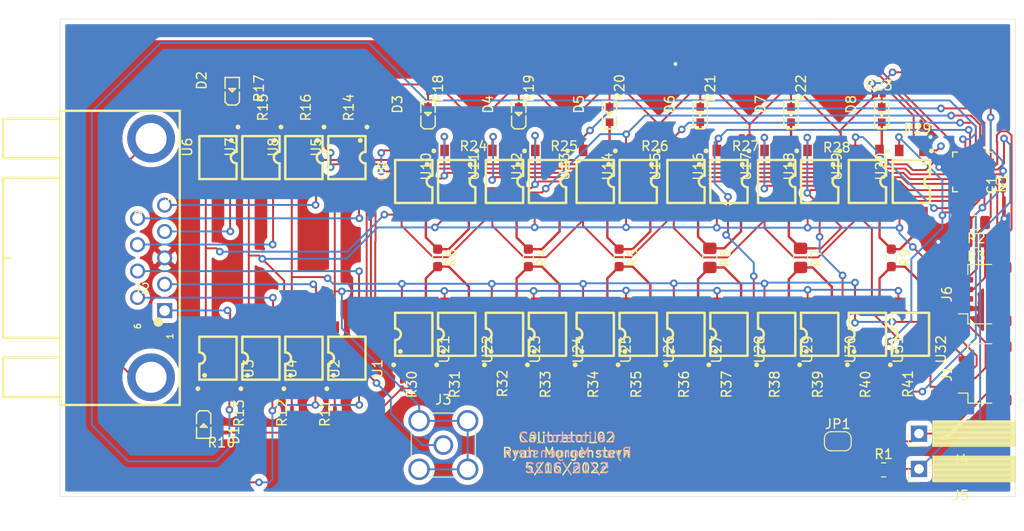
<source format=kicad_pcb>
(kicad_pcb (version 20171130) (host pcbnew "(5.1.9)-1")
  (layers (0 F.Cu signal) (31 B.Cu signal) (34 B.Paste user) (35 F.Paste user) (36 B.SilkS user) (37 F.SilkS user) (38 B.Mask user) (39 F.Mask user) (44 Edge.Cuts user))
  (net 0 "")
  (net 1 GND)
  (net 2 +3V3)
  (net 3 "Net-(D1-Pad1)")
  (net 4 "Net-(D2-Pad1)")
  (net 5 "Net-(D3-Pad1)")
  (net 6 "Net-(D4-Pad1)")
  (net 7 "Net-(D5-Pad1)")
  (net 8 "Net-(D6-Pad1)")
  (net 9 "Net-(D7-Pad1)")
  (net 10 "Net-(D8-Pad1)")
  (net 11 GNDS)
  (net 12 /I+)
  (net 13 /I-)
  (net 14 /I_2+)
  (net 15 /I_2-)
  (net 16 /V+)
  (net 17 /V-)
  (net 18 /V_2+)
  (net 19 /V_2-)
  (net 20 /Resistor_Network/V-)
  (net 21 /Resistor_Network/I-)
  (net 22 /Resistor_Network/V+)
  (net 23 /Resistor_Network/I+)
  (net 24 "Net-(R4-Pad2)")
  (net 25 "Net-(R5-Pad1)")
  (net 26 "Net-(R7-Pad1)")
  (net 27 "Net-(R8-Pad1)")
  (net 28 "Net-(R9-Pad1)")
  (net 29 /I_01)
  (net 30 /I_00)
  (net 31 /I_03)
  (net 32 /I_02)
  (net 33 /I_17)
  (net 34 /I_16)
  (net 35 /I_15)
  (net 36 /I_14)
  (net 37 /I_07)
  (net 38 /I_06)
  (net 39 /I_05)
  (net 40 /I_04)
  (net 41 /I_13)
  (net 42 /I_12)
  (net 43 /I_11)
  (net 44 /I_10)
  (net 45 "Net-(J4-Pad1)")
  (net 46 "Net-(J5-Pad1)")
  (net 47 "Net-(J6-Pad4)")
  (net 48 "Net-(J6-Pad3)")
  (net 49 "Net-(R4-Pad1)")
  (net 50 "Net-(R5-Pad2)")
  (net 51 "Net-(R6-Pad2)")
  (net 52 "Net-(R6-Pad1)")
  (net 53 "Net-(R7-Pad2)")
  (net 54 "Net-(R8-Pad2)")
  (net 55 "Net-(R9-Pad2)")
  (net 56 "Net-(D1-Pad2)")
  (net 57 "Net-(D2-Pad2)")
  (net 58 "Net-(D3-Pad2)")
  (net 59 "Net-(D4-Pad2)")
  (net 60 "Net-(D5-Pad2)")
  (net 61 "Net-(D6-Pad2)")
  (net 62 "Net-(D7-Pad2)")
  (net 63 "Net-(D8-Pad2)")
  (net 64 "Net-(R11-Pad2)")
  (net 65 "Net-(R12-Pad2)")
  (net 66 "Net-(R13-Pad2)")
  (net 67 "Net-(R14-Pad1)")
  (net 68 "Net-(R15-Pad1)")
  (net 69 "Net-(R16-Pad1)")
  (net 70 "Net-(R24-Pad2)")
  (net 71 "Net-(R25-Pad2)")
  (net 72 "Net-(R26-Pad2)")
  (net 73 "Net-(R27-Pad2)")
  (net 74 "Net-(R28-Pad2)")
  (net 75 "Net-(R29-Pad2)")
  (net 76 "Net-(R30-Pad1)")
  (net 77 "Net-(R31-Pad1)")
  (net 78 "Net-(R32-Pad1)")
  (net 79 "Net-(R33-Pad1)")
  (net 80 "Net-(R34-Pad1)")
  (net 81 "Net-(R35-Pad1)")
  (net 82 "Net-(R36-Pad1)")
  (net 83 "Net-(R37-Pad1)")
  (net 84 "Net-(R38-Pad1)")
  (net 85 "Net-(R39-Pad1)")
  (net 86 "Net-(R40-Pad1)")
  (net 87 "Net-(R41-Pad1)")
  (module Resistor_SMD:R_0201_0603Metric_Pad0.64x0.40mm_HandSolder (layer F.Cu) (at 78.2 13.2 270)
    (fp_text reference R41 (at 0 -1.05 90) (layer F.SilkS))
    (fp_text value "84.5 1%")
    (pad 2 smd roundrect (at 0.4075 0 270) (size 0.635 0.4) (layers F.Cu F.Mask) (net 2 +3V3))
    (pad 1 smd roundrect (at -0.4075 0 270) (size 0.635 0.4) (layers F.Cu F.Mask) (net 87 "Net-(R41-Pad1)"))
  )
  (module Resistor_SMD:R_0201_0603Metric_Pad0.64x0.40mm_HandSolder (layer F.Cu) (at 73.75 13.25 270)
    (fp_text reference R40 (at 0 -1.05 90) (layer F.SilkS))
    (fp_text value "84.5 1%")
    (pad 2 smd roundrect (at 0.4075 0 270) (size 0.635 0.4) (layers F.Cu F.Mask) (net 2 +3V3))
    (pad 1 smd roundrect (at -0.4075 0 270) (size 0.635 0.4) (layers F.Cu F.Mask) (net 86 "Net-(R40-Pad1)"))
  )
  (module Resistor_SMD:R_0201_0603Metric_Pad0.64x0.40mm_HandSolder (layer F.Cu) (at 68.75 13.25 270)
    (fp_text reference R39 (at 0 -1.05 90) (layer F.SilkS))
    (fp_text value "84.5 1%")
    (pad 2 smd roundrect (at 0.4075 0 270) (size 0.635 0.4) (layers F.Cu F.Mask) (net 2 +3V3))
    (pad 1 smd roundrect (at -0.4075 0 270) (size 0.635 0.4) (layers F.Cu F.Mask) (net 85 "Net-(R39-Pad1)"))
  )
  (module Resistor_SMD:R_0201_0603Metric_Pad0.64x0.40mm_HandSolder (layer F.Cu) (at 64.25 13.25 270)
    (fp_text reference R38 (at 0 -1.05 90) (layer F.SilkS))
    (fp_text value "84.5 1%")
    (pad 2 smd roundrect (at 0.4075 0 270) (size 0.635 0.4) (layers F.Cu F.Mask) (net 2 +3V3))
    (pad 1 smd roundrect (at -0.4075 0 270) (size 0.635 0.4) (layers F.Cu F.Mask) (net 84 "Net-(R38-Pad1)"))
  )
  (module Resistor_SMD:R_0201_0603Metric_Pad0.64x0.40mm_HandSolder (layer F.Cu) (at 59.2 13.25 270)
    (fp_text reference R37 (at 0 -1.05 90) (layer F.SilkS))
    (fp_text value "84.5 1%")
    (pad 2 smd roundrect (at 0.4075 0 270) (size 0.635 0.4) (layers F.Cu F.Mask) (net 2 +3V3))
    (pad 1 smd roundrect (at -0.4075 0 270) (size 0.635 0.4) (layers F.Cu F.Mask) (net 83 "Net-(R37-Pad1)"))
  )
  (module Resistor_SMD:R_0201_0603Metric_Pad0.64x0.40mm_HandSolder (layer F.Cu) (at 54.75 13.25 270)
    (fp_text reference R36 (at 0 -1.05 90) (layer F.SilkS))
    (fp_text value "84.5 1%")
    (pad 2 smd roundrect (at 0.4075 0 270) (size 0.635 0.4) (layers F.Cu F.Mask) (net 2 +3V3))
    (pad 1 smd roundrect (at -0.4075 0 270) (size 0.635 0.4) (layers F.Cu F.Mask) (net 82 "Net-(R36-Pad1)"))
  )
  (module Resistor_SMD:R_0201_0603Metric_Pad0.64x0.40mm_HandSolder (layer F.Cu) (at 49.75 13.25 270)
    (fp_text reference R35 (at 0 -1.05 90) (layer F.SilkS))
    (fp_text value "84.5 1%")
    (pad 2 smd roundrect (at 0.4075 0 270) (size 0.635 0.4) (layers F.Cu F.Mask) (net 2 +3V3))
    (pad 1 smd roundrect (at -0.4075 0 270) (size 0.635 0.4) (layers F.Cu F.Mask) (net 81 "Net-(R35-Pad1)"))
  )
  (module Resistor_SMD:R_0201_0603Metric_Pad0.64x0.40mm_HandSolder (layer F.Cu) (at 45.25 13.25 270)
    (fp_text reference R34 (at 0 -1.05 90) (layer F.SilkS))
    (fp_text value "84.5 1%")
    (pad 2 smd roundrect (at 0.4075 0 270) (size 0.635 0.4) (layers F.Cu F.Mask) (net 2 +3V3))
    (pad 1 smd roundrect (at -0.4075 0 270) (size 0.635 0.4) (layers F.Cu F.Mask) (net 80 "Net-(R34-Pad1)"))
  )
  (module Resistor_SMD:R_0201_0603Metric_Pad0.64x0.40mm_HandSolder (layer F.Cu) (at 40.25 13.25 270)
    (fp_text reference R33 (at 0 -1.05 90) (layer F.SilkS))
    (fp_text value "84.5 1%")
    (pad 2 smd roundrect (at 0.4075 0 270) (size 0.635 0.4) (layers F.Cu F.Mask) (net 2 +3V3))
    (pad 1 smd roundrect (at -0.4075 0 270) (size 0.635 0.4) (layers F.Cu F.Mask) (net 79 "Net-(R33-Pad1)"))
  )
  (module Resistor_SMD:R_0201_0603Metric_Pad0.64x0.40mm_HandSolder (layer F.Cu) (at 35.75 13.1575 270)
    (fp_text reference R32 (at 0 -1.05 90) (layer F.SilkS))
    (fp_text value "84.5 1%")
    (pad 2 smd roundrect (at 0.4075 0 270) (size 0.635 0.4) (layers F.Cu F.Mask) (net 2 +3V3))
    (pad 1 smd roundrect (at -0.4075 0 270) (size 0.635 0.4) (layers F.Cu F.Mask) (net 78 "Net-(R32-Pad1)"))
  )
  (module Resistor_SMD:R_0201_0603Metric_Pad0.64x0.40mm_HandSolder (layer F.Cu) (at 30.75 13.25 270)
    (fp_text reference R31 (at 0 -1.05 90) (layer F.SilkS))
    (fp_text value "84.5 1%")
    (pad 2 smd roundrect (at 0.4075 0 270) (size 0.635 0.4) (layers F.Cu F.Mask) (net 2 +3V3))
    (pad 1 smd roundrect (at -0.4075 0 270) (size 0.635 0.4) (layers F.Cu F.Mask) (net 77 "Net-(R31-Pad1)"))
  )
  (module Resistor_SMD:R_0201_0603Metric_Pad0.64x0.40mm_HandSolder (layer F.Cu) (at 26.25 13.25 270)
    (fp_text reference R30 (at 0 -1.05 90) (layer F.SilkS))
    (fp_text value "84.5 1%")
    (pad 2 smd roundrect (at 0.4075 0 270) (size 0.635 0.4) (layers F.Cu F.Mask) (net 2 +3V3))
    (pad 1 smd roundrect (at -0.4075 0 270) (size 0.635 0.4) (layers F.Cu F.Mask) (net 76 "Net-(R30-Pad1)"))
  )
  (module Resistor_SMD:R_0201_0603Metric_Pad0.64x0.40mm_HandSolder (layer F.Cu) (at 80.25 -12.5)
    (fp_text reference R29 (at 0 -1.05) (layer F.SilkS))
    (fp_text value "84.5 1%")
    (pad 2 smd roundrect (at 0.4075 0) (size 0.635 0.4) (layers F.Cu F.Mask) (net 75 "Net-(R29-Pad2)"))
    (pad 1 smd roundrect (at -0.4075 0) (size 0.635 0.4) (layers F.Cu F.Mask) (net 2 +3V3))
  )
  (module Resistor_SMD:R_0201_0603Metric_Pad0.64x0.40mm_HandSolder (layer F.Cu) (at 71.7925 -12.6 180)
    (fp_text reference R28 (at 0 -1.05) (layer F.SilkS))
    (fp_text value "84.5 1%")
    (pad 2 smd roundrect (at 0.4075 0 180) (size 0.635 0.4) (layers F.Cu F.Mask) (net 74 "Net-(R28-Pad2)"))
    (pad 1 smd roundrect (at -0.4075 0 180) (size 0.635 0.4) (layers F.Cu F.Mask) (net 2 +3V3))
  )
  (module Resistor_SMD:R_0201_0603Metric_Pad0.64x0.40mm_HandSolder (layer F.Cu) (at 62.25 -12.75 180)
    (fp_text reference R27 (at 0 -1.05) (layer F.SilkS))
    (fp_text value "84.5 1%")
    (pad 2 smd roundrect (at 0.4075 0 180) (size 0.635 0.4) (layers F.Cu F.Mask) (net 73 "Net-(R27-Pad2)"))
    (pad 1 smd roundrect (at -0.4075 0 180) (size 0.635 0.4) (layers F.Cu F.Mask) (net 2 +3V3))
  )
  (module Resistor_SMD:R_0201_0603Metric_Pad0.64x0.40mm_HandSolder (layer F.Cu) (at 52.75 -12.75 180)
    (fp_text reference R26 (at 0 -1.05) (layer F.SilkS))
    (fp_text value "84.5 1%")
    (pad 2 smd roundrect (at 0.4075 0 180) (size 0.635 0.4) (layers F.Cu F.Mask) (net 72 "Net-(R26-Pad2)"))
    (pad 1 smd roundrect (at -0.4075 0 180) (size 0.635 0.4) (layers F.Cu F.Mask) (net 2 +3V3))
  )
  (module Resistor_SMD:R_0201_0603Metric_Pad0.64x0.40mm_HandSolder (layer F.Cu) (at 43.25 -12.75 180)
    (fp_text reference R25 (at 0 -1.05) (layer F.SilkS))
    (fp_text value "84.5 1%")
    (pad 2 smd roundrect (at 0.4075 0 180) (size 0.635 0.4) (layers F.Cu F.Mask) (net 71 "Net-(R25-Pad2)"))
    (pad 1 smd roundrect (at -0.4075 0 180) (size 0.635 0.4) (layers F.Cu F.Mask) (net 2 +3V3))
  )
  (module Resistor_SMD:R_0201_0603Metric_Pad0.64x0.40mm_HandSolder (layer F.Cu) (at 33.75 -12.75 180)
    (fp_text reference R24 (at 0 -1.05) (layer F.SilkS))
    (fp_text value "84.5 1%")
    (pad 2 smd roundrect (at 0.4075 0 180) (size 0.635 0.4) (layers F.Cu F.Mask) (net 70 "Net-(R24-Pad2)"))
    (pad 1 smd roundrect (at -0.4075 0 180) (size 0.635 0.4) (layers F.Cu F.Mask) (net 2 +3V3))
  )
  (module Resistor_SMD:R_0201_0603Metric_Pad0.64x0.40mm_HandSolder (layer F.Cu) (at 76.2 -17)
    (fp_text reference R23 (at 0 -1.05) (layer F.SilkS))
    (fp_text value "95.3 1%")
    (pad 2 smd roundrect (at 0.4075 0) (size 0.635 0.4) (layers F.Cu F.Mask) (net 63 "Net-(D8-Pad2)"))
    (pad 1 smd roundrect (at -0.4075 0) (size 0.635 0.4) (layers F.Cu F.Mask) (net 2 +3V3))
  )
  (module Resistor_SMD:R_0201_0603Metric_Pad0.64x0.40mm_HandSolder (layer F.Cu) (at 67 -17.75 270)
    (fp_text reference R22 (at 0 -1.05 90) (layer F.SilkS))
    (fp_text value "95.3 1%")
    (pad 2 smd roundrect (at 0.4075 0 270) (size 0.635 0.4) (layers F.Cu F.Mask) (net 62 "Net-(D7-Pad2)"))
    (pad 1 smd roundrect (at -0.4075 0 270) (size 0.635 0.4) (layers F.Cu F.Mask) (net 2 +3V3))
  )
  (module Resistor_SMD:R_0201_0603Metric_Pad0.64x0.40mm_HandSolder (layer F.Cu) (at 57.5 -17.75 270)
    (fp_text reference R21 (at 0 -1.05 90) (layer F.SilkS))
    (fp_text value "95.3 1%")
    (pad 2 smd roundrect (at 0.4075 0 270) (size 0.635 0.4) (layers F.Cu F.Mask) (net 61 "Net-(D6-Pad2)"))
    (pad 1 smd roundrect (at -0.4075 0 270) (size 0.635 0.4) (layers F.Cu F.Mask) (net 2 +3V3))
  )
  (module Resistor_SMD:R_0201_0603Metric_Pad0.64x0.40mm_HandSolder (layer F.Cu) (at 48 -17.8 270)
    (fp_text reference R20 (at 0 -1.05 90) (layer F.SilkS))
    (fp_text value "95.3 1%")
    (pad 2 smd roundrect (at 0.4075 0 270) (size 0.635 0.4) (layers F.Cu F.Mask) (net 60 "Net-(D5-Pad2)"))
    (pad 1 smd roundrect (at -0.4075 0 270) (size 0.635 0.4) (layers F.Cu F.Mask) (net 2 +3V3))
  )
  (module Resistor_SMD:R_0201_0603Metric_Pad0.64x0.40mm_HandSolder (layer F.Cu) (at 38.5 -17.75 270)
    (fp_text reference R19 (at 0 -1.05 90) (layer F.SilkS))
    (fp_text value "95.3 1%")
    (pad 2 smd roundrect (at 0.4075 0 270) (size 0.635 0.4) (layers F.Cu F.Mask) (net 59 "Net-(D4-Pad2)"))
    (pad 1 smd roundrect (at -0.4075 0 270) (size 0.635 0.4) (layers F.Cu F.Mask) (net 2 +3V3))
  )
  (module Resistor_SMD:R_0201_0603Metric_Pad0.64x0.40mm_HandSolder (layer F.Cu) (at 29 -17.75 270)
    (fp_text reference R18 (at 0 -1.05 90) (layer F.SilkS))
    (fp_text value "95.3 1%")
    (pad 2 smd roundrect (at 0.4075 0 270) (size 0.635 0.4) (layers F.Cu F.Mask) (net 58 "Net-(D3-Pad2)"))
    (pad 1 smd roundrect (at -0.4075 0 270) (size 0.635 0.4) (layers F.Cu F.Mask) (net 2 +3V3))
  )
  (module Resistor_SMD:R_0201_0603Metric_Pad0.64x0.40mm_HandSolder (layer F.Cu) (at 10.25 -17.75 270)
    (fp_text reference R17 (at 0 -1.05 90) (layer F.SilkS))
    (fp_text value "95.3 1%")
    (pad 2 smd roundrect (at 0.4075 0 270) (size 0.635 0.4) (layers F.Cu F.Mask) (net 2 +3V3))
    (pad 1 smd roundrect (at -0.4075 0 270) (size 0.635 0.4) (layers F.Cu F.Mask) (net 57 "Net-(D2-Pad2)"))
  )
  (module Resistor_SMD:R_0201_0603Metric_Pad0.64x0.40mm_HandSolder (layer F.Cu) (at 17.25 -15.75 90)
    (fp_text reference R16 (at 0 -1.05 90) (layer F.SilkS))
    (fp_text value "84.5 1%")
    (pad 2 smd roundrect (at 0.4075 0 90) (size 0.635 0.4) (layers F.Cu F.Mask) (net 2 +3V3))
    (pad 1 smd roundrect (at -0.4075 0 90) (size 0.635 0.4) (layers F.Cu F.Mask) (net 69 "Net-(R16-Pad1)"))
  )
  (module Resistor_SMD:R_0201_0603Metric_Pad0.64x0.40mm_HandSolder (layer F.Cu) (at 12.75 -15.75 90)
    (fp_text reference R15 (at 0 -1.05 90) (layer F.SilkS))
    (fp_text value "84.5 1%")
    (pad 2 smd roundrect (at 0.4075 0 90) (size 0.635 0.4) (layers F.Cu F.Mask) (net 2 +3V3))
    (pad 1 smd roundrect (at -0.4075 0 90) (size 0.635 0.4) (layers F.Cu F.Mask) (net 68 "Net-(R15-Pad1)"))
  )
  (module Resistor_SMD:R_0201_0603Metric_Pad0.64x0.40mm_HandSolder (layer F.Cu) (at 21.75 -15.75 90)
    (fp_text reference R14 (at 0 -1.05 90) (layer F.SilkS))
    (fp_text value "84.5 1%")
    (pad 2 smd roundrect (at 0.4075 0 90) (size 0.635 0.4) (layers F.Cu F.Mask) (net 2 +3V3))
    (pad 1 smd roundrect (at -0.4075 0 90) (size 0.635 0.4) (layers F.Cu F.Mask) (net 67 "Net-(R14-Pad1)"))
  )
  (module Resistor_SMD:R_0201_0603Metric_Pad0.64x0.40mm_HandSolder (layer F.Cu) (at 10.25 16.25 90)
    (fp_text reference R13 (at 0 -1.05 90) (layer F.SilkS))
    (fp_text value "84.5 1%")
    (pad 2 smd roundrect (at 0.4075 0 90) (size 0.635 0.4) (layers F.Cu F.Mask) (net 66 "Net-(R13-Pad2)"))
    (pad 1 smd roundrect (at -0.4075 0 90) (size 0.635 0.4) (layers F.Cu F.Mask) (net 2 +3V3))
  )
  (module Resistor_SMD:R_0201_0603Metric_Pad0.64x0.40mm_HandSolder (layer F.Cu) (at 14.75 16.25 90)
    (fp_text reference R12 (at 0 -1.05 90) (layer F.SilkS))
    (fp_text value "84.5 1%")
    (pad 2 smd roundrect (at 0.4075 0 90) (size 0.635 0.4) (layers F.Cu F.Mask) (net 65 "Net-(R12-Pad2)"))
    (pad 1 smd roundrect (at -0.4075 0 90) (size 0.635 0.4) (layers F.Cu F.Mask) (net 2 +3V3))
  )
  (module Resistor_SMD:R_0201_0603Metric_Pad0.64x0.40mm_HandSolder (layer F.Cu) (at 19.25 16.25 90)
    (fp_text reference R11 (at 0 -1.05 90) (layer F.SilkS))
    (fp_text value "84.5 1%")
    (pad 2 smd roundrect (at 0.4075 0 90) (size 0.635 0.4) (layers F.Cu F.Mask) (net 64 "Net-(R11-Pad2)"))
    (pad 1 smd roundrect (at -0.4075 0 90) (size 0.635 0.4) (layers F.Cu F.Mask) (net 2 +3V3))
  )
  (module Resistor_SMD:R_0201_0603Metric_Pad0.64x0.40mm_HandSolder (layer F.Cu) (at 7.366 18.288 180)
    (fp_text reference R10 (at 0 -1.05) (layer F.SilkS))
    (fp_text value "95.3 1%")
    (pad 2 smd roundrect (at 0.4075 0 180) (size 0.635 0.4) (layers F.Cu F.Mask) (net 56 "Net-(D1-Pad2)"))
    (pad 1 smd roundrect (at -0.4075 0 180) (size 0.635 0.4) (layers F.Cu F.Mask) (net 2 +3V3))
  )
  (module Connector_PinSocket_2.54mm:PinSocket_1x01_P2.54mm_Horizontal (layer F.Cu) (at 80.4 22.1 180)
    (fp_text reference J5 (at -4.38 -2.77) (layer F.SilkS))
    (fp_text value Conn_01x01_Female)
    (pad 1 thru_hole rect (at 0 0 180) (size 1.7 1.7) (drill 1) (layers *.Cu *.Mask) (net 46 "Net-(J5-Pad1)"))
  )
  (module Jumper:SolderJumper-2_P1.3mm_Open_RoundedPad1.0x1.5mm (layer F.Cu) (at 71.9 19.2)
    (fp_text reference JP1 (at 0 -1.8) (layer F.SilkS))
    (fp_text value Jumper)
    (pad 2 smd custom (at 0.65 0) (size 1 0.5) (layers F.Cu F.Mask) (net 45 "Net-(J4-Pad1)") (options (clearance outline) (anchor rect)) (primitives (gr_circle (center 0 0.25) (end 0.5 0.25) (width 0)) (gr_circle (center 0 -0.25) (end 0.5 -0.25) (width 0)) (gr_poly (pts (xy 0 -0.75) (xy -0.5 -0.75) (xy -0.5 0.75) (xy 0 0.75)) (width 0))))
    (pad 1 smd custom (at -0.65 0) (size 1 0.5) (layers F.Cu F.Mask) (net 2 +3V3) (options (clearance outline) (anchor rect)) (primitives (gr_circle (center 0 0.25) (end 0.5 0.25) (width 0)) (gr_circle (center 0 -0.25) (end 0.5 -0.25) (width 0)) (gr_poly (pts (xy 0 -0.75) (xy 0.5 -0.75) (xy 0.5 0.75) (xy 0 0.75)) (width 0))))
  )
  (module Connector_Coaxial:SMA_Amphenol_901-144_Vertical (layer F.Cu) (at 30.6 19.6)
    (fp_text reference J3 (at 0 -4.75) (layer F.SilkS))
    (fp_text value Conn_Coaxial)
    (pad 2 thru_hole circle (at -2.54 2.54) (size 2.25 2.25) (drill 1.7) (layers *.Cu *.Mask) (net 20 /Resistor_Network/V-))
    (pad 2 thru_hole circle (at -2.54 -2.54) (size 2.25 2.25) (drill 1.7) (layers *.Cu *.Mask) (net 20 /Resistor_Network/V-))
    (pad 2 thru_hole circle (at 2.54 -2.54) (size 2.25 2.25) (drill 1.7) (layers *.Cu *.Mask) (net 20 /Resistor_Network/V-))
    (pad 2 thru_hole circle (at 2.54 2.54) (size 2.25 2.25) (drill 1.7) (layers *.Cu *.Mask) (net 20 /Resistor_Network/V-))
    (pad 1 thru_hole circle (at 0 0) (size 2.05 2.05) (drill 1.5) (layers *.Cu *.Mask) (net 22 /Resistor_Network/V+))
  )
  (module 0_Resistor_02:SOP-4_L3.9-W4.4-P2.54-LS7.0-BR (layer F.Cu) (at 79.5 8 270)
    (fp_text reference U32 (at 0 -3.207 90) (layer F.SilkS) (effects (justify right)))
    (fp_text value KAQY214STLD)
    (pad 4 smd rect (at -3.25 1.27 90) (size 1.199 0.9) (layers F.Cu F.Paste F.Mask) (net 20 /Resistor_Network/V-))
    (pad 3 smd rect (at -3.25 -1.27 90) (size 1.199 0.9) (layers F.Cu F.Paste F.Mask) (net 55 "Net-(R9-Pad2)"))
    (pad 2 smd rect (at 3.25 -1.27 90) (size 1.199 0.9) (layers F.Cu F.Paste F.Mask) (net 33 /I_17))
    (pad 1 smd rect (at 3.25 1.27 90) (size 1.199 0.9) (layers F.Cu F.Paste F.Mask) (net 87 "Net-(R41-Pad1)"))
  )
  (module 0_Resistor_02:SOP-4_L3.9-W4.4-P2.54-LS7.0-BR (layer F.Cu) (at 79.6 -8 90)
    (fp_text reference U20 (at 0 -3.207 90) (layer F.SilkS) (effects (justify left)))
    (fp_text value KAQY214STLD)
    (pad 4 smd rect (at -3.25 1.27 270) (size 1.199 0.9) (layers F.Cu F.Paste F.Mask) (net 28 "Net-(R9-Pad1)"))
    (pad 3 smd rect (at -3.25 -1.27 270) (size 1.199 0.9) (layers F.Cu F.Paste F.Mask) (net 22 /Resistor_Network/V+))
    (pad 2 smd rect (at 3.25 -1.27 270) (size 1.199 0.9) (layers F.Cu F.Paste F.Mask) (net 33 /I_17))
    (pad 1 smd rect (at 3.25 1.27 270) (size 1.199 0.9) (layers F.Cu F.Paste F.Mask) (net 75 "Net-(R29-Pad2)"))
  )
  (module 0_Resistor_02:SOP-4_L3.9-W4.4-P2.54-LS7.0-BR (layer F.Cu) (at 75 8 270)
    (fp_text reference U31 (at 0 -3.207 90) (layer F.SilkS) (effects (justify right)))
    (fp_text value KAQY214STLD)
    (pad 4 smd rect (at -3.25 1.27 90) (size 1.199 0.9) (layers F.Cu F.Paste F.Mask) (net 21 /Resistor_Network/I-))
    (pad 3 smd rect (at -3.25 -1.27 90) (size 1.199 0.9) (layers F.Cu F.Paste F.Mask) (net 55 "Net-(R9-Pad2)"))
    (pad 2 smd rect (at 3.25 -1.27 90) (size 1.199 0.9) (layers F.Cu F.Paste F.Mask) (net 33 /I_17))
    (pad 1 smd rect (at 3.25 1.27 90) (size 1.199 0.9) (layers F.Cu F.Paste F.Mask) (net 86 "Net-(R40-Pad1)"))
  )
  (module 0_Resistor_02:SOP-4_L3.9-W4.4-P2.54-LS7.0-BR (layer F.Cu) (at 75 -8 90)
    (fp_text reference U19 (at 0 -3.207 90) (layer F.SilkS) (effects (justify left)))
    (fp_text value KAQY214STLD)
    (pad 4 smd rect (at -3.25 1.27 270) (size 1.199 0.9) (layers F.Cu F.Paste F.Mask) (net 28 "Net-(R9-Pad1)"))
    (pad 3 smd rect (at -3.25 -1.27 270) (size 1.199 0.9) (layers F.Cu F.Paste F.Mask) (net 23 /Resistor_Network/I+))
    (pad 2 smd rect (at 3.25 -1.27 270) (size 1.199 0.9) (layers F.Cu F.Paste F.Mask) (net 34 /I_16))
    (pad 1 smd rect (at 3.25 1.27 270) (size 1.199 0.9) (layers F.Cu F.Paste F.Mask) (net 10 "Net-(D8-Pad1)"))
  )
  (module 0_Resistor_02:SOP-4_L3.9-W4.4-P2.54-LS7.0-BR (layer F.Cu) (at 70 8 270)
    (fp_text reference U30 (at 0 -3.207 90) (layer F.SilkS) (effects (justify right)))
    (fp_text value KAQY214STLD)
    (pad 4 smd rect (at -3.25 1.27 90) (size 1.199 0.9) (layers F.Cu F.Paste F.Mask) (net 20 /Resistor_Network/V-))
    (pad 3 smd rect (at -3.25 -1.27 90) (size 1.199 0.9) (layers F.Cu F.Paste F.Mask) (net 53 "Net-(R7-Pad2)"))
    (pad 2 smd rect (at 3.25 -1.27 90) (size 1.199 0.9) (layers F.Cu F.Paste F.Mask) (net 35 /I_15))
    (pad 1 smd rect (at 3.25 1.27 90) (size 1.199 0.9) (layers F.Cu F.Paste F.Mask) (net 85 "Net-(R39-Pad1)"))
  )
  (module 0_Resistor_02:SOP-4_L3.9-W4.4-P2.54-LS7.0-BR (layer F.Cu) (at 70 -8 90)
    (fp_text reference U18 (at 0 -3.207 90) (layer F.SilkS) (effects (justify left)))
    (fp_text value KAQY214STLD)
    (pad 4 smd rect (at -3.25 1.27 270) (size 1.199 0.9) (layers F.Cu F.Paste F.Mask) (net 26 "Net-(R7-Pad1)"))
    (pad 3 smd rect (at -3.25 -1.27 270) (size 1.199 0.9) (layers F.Cu F.Paste F.Mask) (net 22 /Resistor_Network/V+))
    (pad 2 smd rect (at 3.25 -1.27 270) (size 1.199 0.9) (layers F.Cu F.Paste F.Mask) (net 35 /I_15))
    (pad 1 smd rect (at 3.25 1.27 270) (size 1.199 0.9) (layers F.Cu F.Paste F.Mask) (net 74 "Net-(R28-Pad2)"))
  )
  (module 0_Resistor_02:SOP-4_L3.9-W4.4-P2.54-LS7.0-BR (layer F.Cu) (at 65.5 8 270)
    (fp_text reference U29 (at 0 -3.207 90) (layer F.SilkS) (effects (justify right)))
    (fp_text value KAQY214STLD)
    (pad 4 smd rect (at -3.25 1.27 90) (size 1.199 0.9) (layers F.Cu F.Paste F.Mask) (net 21 /Resistor_Network/I-))
    (pad 3 smd rect (at -3.25 -1.27 90) (size 1.199 0.9) (layers F.Cu F.Paste F.Mask) (net 53 "Net-(R7-Pad2)"))
    (pad 2 smd rect (at 3.25 -1.27 90) (size 1.199 0.9) (layers F.Cu F.Paste F.Mask) (net 35 /I_15))
    (pad 1 smd rect (at 3.25 1.27 90) (size 1.199 0.9) (layers F.Cu F.Paste F.Mask) (net 84 "Net-(R38-Pad1)"))
  )
  (module 0_Resistor_02:SOP-4_L3.9-W4.4-P2.54-LS7.0-BR (layer F.Cu) (at 65.5 -8 90)
    (fp_text reference U17 (at 0 -3.207 90) (layer F.SilkS) (effects (justify left)))
    (fp_text value KAQY214STLD)
    (pad 4 smd rect (at -3.25 1.27 270) (size 1.199 0.9) (layers F.Cu F.Paste F.Mask) (net 26 "Net-(R7-Pad1)"))
    (pad 3 smd rect (at -3.25 -1.27 270) (size 1.199 0.9) (layers F.Cu F.Paste F.Mask) (net 23 /Resistor_Network/I+))
    (pad 2 smd rect (at 3.25 -1.27 270) (size 1.199 0.9) (layers F.Cu F.Paste F.Mask) (net 36 /I_14))
    (pad 1 smd rect (at 3.25 1.27 270) (size 1.199 0.9) (layers F.Cu F.Paste F.Mask) (net 9 "Net-(D7-Pad1)"))
  )
  (module 0_Resistor_02:SOP-4_L3.9-W4.4-P2.54-LS7.0-BR (layer F.Cu) (at 60.5 8 270)
    (fp_text reference U28 (at 0 -3.207 90) (layer F.SilkS) (effects (justify right)))
    (fp_text value KAQY214STLD)
    (pad 4 smd rect (at -3.25 1.27 90) (size 1.199 0.9) (layers F.Cu F.Paste F.Mask) (net 20 /Resistor_Network/V-))
    (pad 3 smd rect (at -3.25 -1.27 90) (size 1.199 0.9) (layers F.Cu F.Paste F.Mask) (net 51 "Net-(R6-Pad2)"))
    (pad 2 smd rect (at 3.25 -1.27 90) (size 1.199 0.9) (layers F.Cu F.Paste F.Mask) (net 41 /I_13))
    (pad 1 smd rect (at 3.25 1.27 90) (size 1.199 0.9) (layers F.Cu F.Paste F.Mask) (net 83 "Net-(R37-Pad1)"))
  )
  (module 0_Resistor_02:SOP-4_L3.9-W4.4-P2.54-LS7.0-BR (layer F.Cu) (at 60.5 -8 90)
    (fp_text reference U16 (at 0 -3.207 90) (layer F.SilkS) (effects (justify left)))
    (fp_text value KAQY214STLD)
    (pad 4 smd rect (at -3.25 1.27 270) (size 1.199 0.9) (layers F.Cu F.Paste F.Mask) (net 52 "Net-(R6-Pad1)"))
    (pad 3 smd rect (at -3.25 -1.27 270) (size 1.199 0.9) (layers F.Cu F.Paste F.Mask) (net 22 /Resistor_Network/V+))
    (pad 2 smd rect (at 3.25 -1.27 270) (size 1.199 0.9) (layers F.Cu F.Paste F.Mask) (net 41 /I_13))
    (pad 1 smd rect (at 3.25 1.27 270) (size 1.199 0.9) (layers F.Cu F.Paste F.Mask) (net 73 "Net-(R27-Pad2)"))
  )
  (module 0_Resistor_02:SOP-4_L3.9-W4.4-P2.54-LS7.0-BR (layer F.Cu) (at 56 8 270)
    (fp_text reference U27 (at 0 -3.207 90) (layer F.SilkS) (effects (justify right)))
    (fp_text value KAQY214STLD)
    (pad 4 smd rect (at -3.25 1.27 90) (size 1.199 0.9) (layers F.Cu F.Paste F.Mask) (net 21 /Resistor_Network/I-))
    (pad 3 smd rect (at -3.25 -1.27 90) (size 1.199 0.9) (layers F.Cu F.Paste F.Mask) (net 51 "Net-(R6-Pad2)"))
    (pad 2 smd rect (at 3.25 -1.27 90) (size 1.199 0.9) (layers F.Cu F.Paste F.Mask) (net 41 /I_13))
    (pad 1 smd rect (at 3.25 1.27 90) (size 1.199 0.9) (layers F.Cu F.Paste F.Mask) (net 82 "Net-(R36-Pad1)"))
  )
  (module 0_Resistor_02:SOP-4_L3.9-W4.4-P2.54-LS7.0-BR (layer F.Cu) (at 56 -8 90)
    (fp_text reference U15 (at 0 -3.207 90) (layer F.SilkS) (effects (justify left)))
    (fp_text value KAQY214STLD)
    (pad 4 smd rect (at -3.25 1.27 270) (size 1.199 0.9) (layers F.Cu F.Paste F.Mask) (net 52 "Net-(R6-Pad1)"))
    (pad 3 smd rect (at -3.25 -1.27 270) (size 1.199 0.9) (layers F.Cu F.Paste F.Mask) (net 23 /Resistor_Network/I+))
    (pad 2 smd rect (at 3.25 -1.27 270) (size 1.199 0.9) (layers F.Cu F.Paste F.Mask) (net 42 /I_12))
    (pad 1 smd rect (at 3.25 1.27 270) (size 1.199 0.9) (layers F.Cu F.Paste F.Mask) (net 8 "Net-(D6-Pad1)"))
  )
  (module 0_Resistor_02:SOP-4_L3.9-W4.4-P2.54-LS7.0-BR (layer F.Cu) (at 51 8 270)
    (fp_text reference U26 (at 0 -3.207 90) (layer F.SilkS) (effects (justify right)))
    (fp_text value KAQY214STLD)
    (pad 4 smd rect (at -3.25 1.27 90) (size 1.199 0.9) (layers F.Cu F.Paste F.Mask) (net 20 /Resistor_Network/V-))
    (pad 3 smd rect (at -3.25 -1.27 90) (size 1.199 0.9) (layers F.Cu F.Paste F.Mask) (net 50 "Net-(R5-Pad2)"))
    (pad 2 smd rect (at 3.25 -1.27 90) (size 1.199 0.9) (layers F.Cu F.Paste F.Mask) (net 43 /I_11))
    (pad 1 smd rect (at 3.25 1.27 90) (size 1.199 0.9) (layers F.Cu F.Paste F.Mask) (net 81 "Net-(R35-Pad1)"))
  )
  (module 0_Resistor_02:SOP-4_L3.9-W4.4-P2.54-LS7.0-BR (layer F.Cu) (at 46.5 8 270)
    (fp_text reference U25 (at 0 -3.207 90) (layer F.SilkS) (effects (justify right)))
    (fp_text value KAQY214STLD)
    (pad 4 smd rect (at -3.25 1.27 90) (size 1.199 0.9) (layers F.Cu F.Paste F.Mask) (net 21 /Resistor_Network/I-))
    (pad 3 smd rect (at -3.25 -1.27 90) (size 1.199 0.9) (layers F.Cu F.Paste F.Mask) (net 50 "Net-(R5-Pad2)"))
    (pad 2 smd rect (at 3.25 -1.27 90) (size 1.199 0.9) (layers F.Cu F.Paste F.Mask) (net 43 /I_11))
    (pad 1 smd rect (at 3.25 1.27 90) (size 1.199 0.9) (layers F.Cu F.Paste F.Mask) (net 80 "Net-(R34-Pad1)"))
  )
  (module 0_Resistor_02:SOP-4_L3.9-W4.4-P2.54-LS7.0-BR (layer F.Cu) (at 41.5 8 270)
    (fp_text reference U24 (at 0 -3.207 90) (layer F.SilkS) (effects (justify right)))
    (fp_text value KAQY214STLD)
    (pad 4 smd rect (at -3.25 1.27 90) (size 1.199 0.9) (layers F.Cu F.Paste F.Mask) (net 20 /Resistor_Network/V-))
    (pad 3 smd rect (at -3.25 -1.27 90) (size 1.199 0.9) (layers F.Cu F.Paste F.Mask) (net 24 "Net-(R4-Pad2)"))
    (pad 2 smd rect (at 3.25 -1.27 90) (size 1.199 0.9) (layers F.Cu F.Paste F.Mask) (net 37 /I_07))
    (pad 1 smd rect (at 3.25 1.27 90) (size 1.199 0.9) (layers F.Cu F.Paste F.Mask) (net 79 "Net-(R33-Pad1)"))
  )
  (module 0_Resistor_02:SOP-4_L3.9-W4.4-P2.54-LS7.0-BR (layer F.Cu) (at 37 8 270)
    (fp_text reference U23 (at 0 -3.207 90) (layer F.SilkS) (effects (justify right)))
    (fp_text value KAQY214STLD)
    (pad 4 smd rect (at -3.25 1.27 90) (size 1.199 0.9) (layers F.Cu F.Paste F.Mask) (net 21 /Resistor_Network/I-))
    (pad 3 smd rect (at -3.25 -1.27 90) (size 1.199 0.9) (layers F.Cu F.Paste F.Mask) (net 24 "Net-(R4-Pad2)"))
    (pad 2 smd rect (at 3.25 -1.27 90) (size 1.199 0.9) (layers F.Cu F.Paste F.Mask) (net 37 /I_07))
    (pad 1 smd rect (at 3.25 1.27 90) (size 1.199 0.9) (layers F.Cu F.Paste F.Mask) (net 78 "Net-(R32-Pad1)"))
  )
  (module 0_Resistor_02:SOP-4_L3.9-W4.4-P2.54-LS7.0-BR (layer F.Cu) (at 32 8 270)
    (fp_text reference U22 (at 0 -3.207 90) (layer F.SilkS) (effects (justify right)))
    (fp_text value KAQY214STLD)
    (pad 4 smd rect (at -3.25 1.27 90) (size 1.199 0.9) (layers F.Cu F.Paste F.Mask) (net 20 /Resistor_Network/V-))
    (pad 3 smd rect (at -3.25 -1.27 90) (size 1.199 0.9) (layers F.Cu F.Paste F.Mask) (net 54 "Net-(R8-Pad2)"))
    (pad 2 smd rect (at 3.25 -1.27 90) (size 1.199 0.9) (layers F.Cu F.Paste F.Mask) (net 39 /I_05))
    (pad 1 smd rect (at 3.25 1.27 90) (size 1.199 0.9) (layers F.Cu F.Paste F.Mask) (net 77 "Net-(R31-Pad1)"))
  )
  (module 0_Resistor_02:SOP-4_L3.9-W4.4-P2.54-LS7.0-BR (layer F.Cu) (at 27.5 8 270)
    (fp_text reference U21 (at 0 -3.207 90) (layer F.SilkS) (effects (justify right)))
    (fp_text value KAQY214STLD)
    (pad 4 smd rect (at -3.25 1.27 90) (size 1.199 0.9) (layers F.Cu F.Paste F.Mask) (net 21 /Resistor_Network/I-))
    (pad 3 smd rect (at -3.25 -1.27 90) (size 1.199 0.9) (layers F.Cu F.Paste F.Mask) (net 54 "Net-(R8-Pad2)"))
    (pad 2 smd rect (at 3.25 -1.27 90) (size 1.199 0.9) (layers F.Cu F.Paste F.Mask) (net 39 /I_05))
    (pad 1 smd rect (at 3.25 1.27 90) (size 1.199 0.9) (layers F.Cu F.Paste F.Mask) (net 76 "Net-(R30-Pad1)"))
  )
  (module 0_Resistor_02:SOP-4_L3.9-W4.4-P2.54-LS7.0-BR (layer F.Cu) (at 51 -8 90)
    (fp_text reference U14 (at 0 -3.207 90) (layer F.SilkS) (effects (justify left)))
    (fp_text value KAQY214STLD)
    (pad 4 smd rect (at -3.25 1.27 270) (size 1.199 0.9) (layers F.Cu F.Paste F.Mask) (net 25 "Net-(R5-Pad1)"))
    (pad 3 smd rect (at -3.25 -1.27 270) (size 1.199 0.9) (layers F.Cu F.Paste F.Mask) (net 22 /Resistor_Network/V+))
    (pad 2 smd rect (at 3.25 -1.27 270) (size 1.199 0.9) (layers F.Cu F.Paste F.Mask) (net 43 /I_11))
    (pad 1 smd rect (at 3.25 1.27 270) (size 1.199 0.9) (layers F.Cu F.Paste F.Mask) (net 72 "Net-(R26-Pad2)"))
  )
  (module 0_Resistor_02:SOP-4_L3.9-W4.4-P2.54-LS7.0-BR (layer F.Cu) (at 46.5 -8 90)
    (fp_text reference U13 (at 0 -3.207 90) (layer F.SilkS) (effects (justify left)))
    (fp_text value KAQY214STLD)
    (pad 4 smd rect (at -3.25 1.27 270) (size 1.199 0.9) (layers F.Cu F.Paste F.Mask) (net 25 "Net-(R5-Pad1)"))
    (pad 3 smd rect (at -3.25 -1.27 270) (size 1.199 0.9) (layers F.Cu F.Paste F.Mask) (net 23 /Resistor_Network/I+))
    (pad 2 smd rect (at 3.25 -1.27 270) (size 1.199 0.9) (layers F.Cu F.Paste F.Mask) (net 44 /I_10))
    (pad 1 smd rect (at 3.25 1.27 270) (size 1.199 0.9) (layers F.Cu F.Paste F.Mask) (net 7 "Net-(D5-Pad1)"))
  )
  (module 0_Resistor_02:SOP-4_L3.9-W4.4-P2.54-LS7.0-BR (layer F.Cu) (at 41.5 -8 90)
    (fp_text reference U12 (at 0 -3.207 90) (layer F.SilkS) (effects (justify left)))
    (fp_text value KAQY214STLD)
    (pad 4 smd rect (at -3.25 1.27 270) (size 1.199 0.9) (layers F.Cu F.Paste F.Mask) (net 49 "Net-(R4-Pad1)"))
    (pad 3 smd rect (at -3.25 -1.27 270) (size 1.199 0.9) (layers F.Cu F.Paste F.Mask) (net 22 /Resistor_Network/V+))
    (pad 2 smd rect (at 3.25 -1.27 270) (size 1.199 0.9) (layers F.Cu F.Paste F.Mask) (net 37 /I_07))
    (pad 1 smd rect (at 3.25 1.27 270) (size 1.199 0.9) (layers F.Cu F.Paste F.Mask) (net 71 "Net-(R25-Pad2)"))
  )
  (module 0_Resistor_02:SOP-4_L3.9-W4.4-P2.54-LS7.0-BR (layer F.Cu) (at 37 -8 90)
    (fp_text reference U11 (at 0 -3.207 90) (layer F.SilkS) (effects (justify left)))
    (fp_text value KAQY214STLD)
    (pad 4 smd rect (at -3.25 1.27 270) (size 1.199 0.9) (layers F.Cu F.Paste F.Mask) (net 49 "Net-(R4-Pad1)"))
    (pad 3 smd rect (at -3.25 -1.27 270) (size 1.199 0.9) (layers F.Cu F.Paste F.Mask) (net 23 /Resistor_Network/I+))
    (pad 2 smd rect (at 3.25 -1.27 270) (size 1.199 0.9) (layers F.Cu F.Paste F.Mask) (net 38 /I_06))
    (pad 1 smd rect (at 3.25 1.27 270) (size 1.199 0.9) (layers F.Cu F.Paste F.Mask) (net 6 "Net-(D4-Pad1)"))
  )
  (module 0_Resistor_02:SOP-4_L3.9-W4.4-P2.54-LS7.0-BR (layer F.Cu) (at 32 -8 90)
    (fp_text reference U10 (at 0 -3.207 90) (layer F.SilkS) (effects (justify left)))
    (fp_text value KAQY214STLD)
    (pad 4 smd rect (at -3.25 1.27 270) (size 1.199 0.9) (layers F.Cu F.Paste F.Mask) (net 27 "Net-(R8-Pad1)"))
    (pad 3 smd rect (at -3.25 -1.27 270) (size 1.199 0.9) (layers F.Cu F.Paste F.Mask) (net 22 /Resistor_Network/V+))
    (pad 2 smd rect (at 3.25 -1.27 270) (size 1.199 0.9) (layers F.Cu F.Paste F.Mask) (net 39 /I_05))
    (pad 1 smd rect (at 3.25 1.27 270) (size 1.199 0.9) (layers F.Cu F.Paste F.Mask) (net 70 "Net-(R24-Pad2)"))
  )
  (module 0_Resistor_02:SOP-4_L3.9-W4.4-P2.54-LS7.0-BR (layer F.Cu) (at 27.5 -8 90)
    (fp_text reference U9 (at 0 -3.207 90) (layer F.SilkS) (effects (justify left)))
    (fp_text value KAQY214STLD)
    (pad 4 smd rect (at -3.25 1.27 270) (size 1.199 0.9) (layers F.Cu F.Paste F.Mask) (net 27 "Net-(R8-Pad1)"))
    (pad 3 smd rect (at -3.25 -1.27 270) (size 1.199 0.9) (layers F.Cu F.Paste F.Mask) (net 23 /Resistor_Network/I+))
    (pad 2 smd rect (at 3.25 -1.27 270) (size 1.199 0.9) (layers F.Cu F.Paste F.Mask) (net 40 /I_04))
    (pad 1 smd rect (at 3.25 1.27 270) (size 1.199 0.9) (layers F.Cu F.Paste F.Mask) (net 5 "Net-(D3-Pad1)"))
  )
  (module 0_Resistor_02:TQFN-24_L4.0-W4.0-P0.50-TL-EP (layer F.Cu) (at 86 -9 270)
    (fp_text reference M1 (at 0 -3.207 90) (layer F.SilkS) (effects (justify right)))
    (fp_text value AW9523BTQR)
    (pad 1 smd rect (at -1.908 -1.25 270) (size 0.665 0.28) (layers F.Cu F.Paste F.Mask) (net 44 /I_10))
    (pad 2 smd rect (at -1.908 -0.75 270) (size 0.665 0.28) (layers F.Cu F.Paste F.Mask) (net 43 /I_11))
    (pad 3 smd rect (at -1.908 -0.25 270) (size 0.665 0.28) (layers F.Cu F.Paste F.Mask) (net 42 /I_12))
    (pad 4 smd rect (at -1.908 0.25 270) (size 0.665 0.28) (layers F.Cu F.Paste F.Mask) (net 41 /I_13))
    (pad 5 smd rect (at -1.908 0.75 270) (size 0.665 0.28) (layers F.Cu F.Paste F.Mask) (net 30 /I_00))
    (pad 6 smd rect (at -1.908 1.25 270) (size 0.665 0.28) (layers F.Cu F.Paste F.Mask) (net 29 /I_01))
    (pad 7 smd rect (at -1.25 1.908 270) (size 0.28 0.665) (layers F.Cu F.Paste F.Mask) (net 32 /I_02))
    (pad 8 smd rect (at -0.75 1.908 270) (size 0.28 0.665) (layers F.Cu F.Paste F.Mask) (net 31 /I_03))
    (pad 9 smd rect (at -0.25 1.908 270) (size 0.28 0.665) (layers F.Cu F.Paste F.Mask) (net 1 GND))
    (pad 10 smd rect (at 0.25 1.908 270) (size 0.28 0.665) (layers F.Cu F.Paste F.Mask) (net 40 /I_04))
    (pad 11 smd rect (at 0.75 1.908 270) (size 0.28 0.665) (layers F.Cu F.Paste F.Mask) (net 39 /I_05))
    (pad 12 smd rect (at 1.25 1.908 270) (size 0.28 0.665) (layers F.Cu F.Paste F.Mask) (net 38 /I_06))
    (pad 13 smd rect (at 1.908 1.25 270) (size 0.665 0.28) (layers F.Cu F.Paste F.Mask) (net 37 /I_07))
    (pad 14 smd rect (at 1.908 0.75 270) (size 0.665 0.28) (layers F.Cu F.Paste F.Mask) (net 36 /I_14))
    (pad 15 smd rect (at 1.908 0.25 270) (size 0.665 0.28) (layers F.Cu F.Paste F.Mask) (net 35 /I_15))
    (pad 16 smd rect (at 1.908 -0.25 270) (size 0.665 0.28) (layers F.Cu F.Paste F.Mask) (net 34 /I_16))
    (pad 17 smd rect (at 1.908 -0.75 270) (size 0.665 0.28) (layers F.Cu F.Paste F.Mask) (net 33 /I_17))
    (pad 18 smd rect (at 1.908 -1.25 270) (size 0.665 0.28) (layers F.Cu F.Paste F.Mask) (net 2 +3V3))
    (pad 19 smd rect (at 1.25 -1.908 270) (size 0.28 0.665) (layers F.Cu F.Paste F.Mask) (net 47 "Net-(J6-Pad4)"))
    (pad 20 smd rect (at 0.75 -1.908 270) (size 0.28 0.665) (layers F.Cu F.Paste F.Mask) (net 48 "Net-(J6-Pad3)"))
    (pad 21 smd rect (at 0.25 -1.908 270) (size 0.28 0.665) (layers F.Cu F.Paste F.Mask) (net 2 +3V3))
    (pad 22 smd rect (at -0.25 -1.908 270) (size 0.28 0.665) (layers F.Cu F.Paste F.Mask) (net 46 "Net-(J5-Pad1)"))
    (pad 23 smd rect (at -0.75 -1.908 270) (size 0.28 0.665) (layers F.Cu F.Paste F.Mask) (net 45 "Net-(J4-Pad1)"))
    (pad 24 smd rect (at -1.25 -1.908 270) (size 0.28 0.665) (layers F.Cu F.Paste F.Mask) (net 2 +3V3))
    (pad 25 smd rect (at 0 0 270) (size 2.65 2.65) (layers F.Cu F.Paste F.Mask) (net 1 GND))
  )
  (module 0_Resistor_02:SOP-4_L3.9-W4.4-P2.54-LS7.0-BR (layer F.Cu) (at 16 -10.5 90)
    (fp_text reference U8 (at 0 -3.207 90) (layer F.SilkS) (effects (justify left)))
    (fp_text value KAQY214STLD)
    (pad 4 smd rect (at -3.25 1.27 270) (size 1.199 0.9) (layers F.Cu F.Paste F.Mask) (net 15 /I_2-))
    (pad 3 smd rect (at -3.25 -1.27 270) (size 1.199 0.9) (layers F.Cu F.Paste F.Mask) (net 21 /Resistor_Network/I-))
    (pad 2 smd rect (at 3.25 -1.27 270) (size 1.199 0.9) (layers F.Cu F.Paste F.Mask) (net 31 /I_03))
    (pad 1 smd rect (at 3.25 1.27 270) (size 1.199 0.9) (layers F.Cu F.Paste F.Mask) (net 69 "Net-(R16-Pad1)"))
  )
  (module 0_Resistor_02:SOP-4_L3.9-W4.4-P2.54-LS7.0-BR (layer F.Cu) (at 11.5 -10.5 90)
    (fp_text reference U7 (at 0 -3.207 90) (layer F.SilkS) (effects (justify left)))
    (fp_text value KAQY214STLD)
    (pad 4 smd rect (at -3.25 1.27 270) (size 1.199 0.9) (layers F.Cu F.Paste F.Mask) (net 18 /V_2+))
    (pad 3 smd rect (at -3.25 -1.27 270) (size 1.199 0.9) (layers F.Cu F.Paste F.Mask) (net 22 /Resistor_Network/V+))
    (pad 2 smd rect (at 3.25 -1.27 270) (size 1.199 0.9) (layers F.Cu F.Paste F.Mask) (net 31 /I_03))
    (pad 1 smd rect (at 3.25 1.27 270) (size 1.199 0.9) (layers F.Cu F.Paste F.Mask) (net 68 "Net-(R15-Pad1)"))
  )
  (module 0_Resistor_02:SOP-4_L3.9-W4.4-P2.54-LS7.0-BR (layer F.Cu) (at 7 -10.5 90)
    (fp_text reference U6 (at 0 -3.207 90) (layer F.SilkS) (effects (justify left)))
    (fp_text value KAQY214STLD)
    (pad 4 smd rect (at -3.25 1.27 270) (size 1.199 0.9) (layers F.Cu F.Paste F.Mask) (net 14 /I_2+))
    (pad 3 smd rect (at -3.25 -1.27 270) (size 1.199 0.9) (layers F.Cu F.Paste F.Mask) (net 23 /Resistor_Network/I+))
    (pad 2 smd rect (at 3.25 -1.27 270) (size 1.199 0.9) (layers F.Cu F.Paste F.Mask) (net 32 /I_02))
    (pad 1 smd rect (at 3.25 1.27 270) (size 1.199 0.9) (layers F.Cu F.Paste F.Mask) (net 4 "Net-(D2-Pad1)"))
  )
  (module 0_Resistor_02:SOP-4_L3.9-W4.4-P2.54-LS7.0-BR (layer F.Cu) (at 20.5 -10.5 90)
    (fp_text reference U5 (at 0 -3.207 90) (layer F.SilkS) (effects (justify left)))
    (fp_text value KAQY214STLD)
    (pad 4 smd rect (at -3.25 1.27 270) (size 1.199 0.9) (layers F.Cu F.Paste F.Mask) (net 19 /V_2-))
    (pad 3 smd rect (at -3.25 -1.27 270) (size 1.199 0.9) (layers F.Cu F.Paste F.Mask) (net 20 /Resistor_Network/V-))
    (pad 2 smd rect (at 3.25 -1.27 270) (size 1.199 0.9) (layers F.Cu F.Paste F.Mask) (net 31 /I_03))
    (pad 1 smd rect (at 3.25 1.27 270) (size 1.199 0.9) (layers F.Cu F.Paste F.Mask) (net 67 "Net-(R14-Pad1)"))
  )
  (module 0_Resistor_02:SOP-4_L3.9-W4.4-P2.54-LS7.0-BR (layer F.Cu) (at 11.5 10.5 270)
    (fp_text reference U4 (at 0 -3.207 90) (layer F.SilkS) (effects (justify right)))
    (fp_text value KAQY214STLD)
    (pad 4 smd rect (at -3.25 1.27 90) (size 1.199 0.9) (layers F.Cu F.Paste F.Mask) (net 22 /Resistor_Network/V+))
    (pad 3 smd rect (at -3.25 -1.27 90) (size 1.199 0.9) (layers F.Cu F.Paste F.Mask) (net 16 /V+))
    (pad 2 smd rect (at 3.25 -1.27 90) (size 1.199 0.9) (layers F.Cu F.Paste F.Mask) (net 29 /I_01))
    (pad 1 smd rect (at 3.25 1.27 90) (size 1.199 0.9) (layers F.Cu F.Paste F.Mask) (net 66 "Net-(R13-Pad2)"))
  )
  (module 0_Resistor_02:SOP-4_L3.9-W4.4-P2.54-LS7.0-BR (layer F.Cu) (at 7 10.5 270)
    (fp_text reference U3 (at 0 -3.207 90) (layer F.SilkS) (effects (justify right)))
    (fp_text value KAQY214STLD)
    (pad 4 smd rect (at -3.25 1.27 90) (size 1.199 0.9) (layers F.Cu F.Paste F.Mask) (net 23 /Resistor_Network/I+))
    (pad 3 smd rect (at -3.25 -1.27 90) (size 1.199 0.9) (layers F.Cu F.Paste F.Mask) (net 12 /I+))
    (pad 2 smd rect (at 3.25 -1.27 90) (size 1.199 0.9) (layers F.Cu F.Paste F.Mask) (net 30 /I_00))
    (pad 1 smd rect (at 3.25 1.27 90) (size 1.199 0.9) (layers F.Cu F.Paste F.Mask) (net 3 "Net-(D1-Pad1)"))
  )
  (module 0_Resistor_02:SOP-4_L3.9-W4.4-P2.54-LS7.0-BR (layer F.Cu) (at 16 10.5 270)
    (fp_text reference U2 (at 0 -3.207 90) (layer F.SilkS) (effects (justify right)))
    (fp_text value KAQY214STLD)
    (pad 4 smd rect (at -3.25 1.27 90) (size 1.199 0.9) (layers F.Cu F.Paste F.Mask) (net 21 /Resistor_Network/I-))
    (pad 3 smd rect (at -3.25 -1.27 90) (size 1.199 0.9) (layers F.Cu F.Paste F.Mask) (net 13 /I-))
    (pad 2 smd rect (at 3.25 -1.27 90) (size 1.199 0.9) (layers F.Cu F.Paste F.Mask) (net 29 /I_01))
    (pad 1 smd rect (at 3.25 1.27 90) (size 1.199 0.9) (layers F.Cu F.Paste F.Mask) (net 65 "Net-(R12-Pad2)"))
  )
  (module 0_Resistor_02:SOP-4_L3.9-W4.4-P2.54-LS7.0-BR (layer F.Cu) (at 20.5 10.5 270)
    (fp_text reference U1 (at 0 -3.207 90) (layer F.SilkS) (effects (justify right)))
    (fp_text value KAQY214STLD)
    (pad 4 smd rect (at -3.25 1.27 90) (size 1.199 0.9) (layers F.Cu F.Paste F.Mask) (net 20 /Resistor_Network/V-))
    (pad 3 smd rect (at -3.25 -1.27 90) (size 1.199 0.9) (layers F.Cu F.Paste F.Mask) (net 17 /V-))
    (pad 2 smd rect (at 3.25 -1.27 90) (size 1.199 0.9) (layers F.Cu F.Paste F.Mask) (net 29 /I_01))
    (pad 1 smd rect (at 3.25 1.27 90) (size 1.199 0.9) (layers F.Cu F.Paste F.Mask) (net 64 "Net-(R11-Pad2)"))
  )
  (module 0_Resistor_02:DSUB-TH_DMR-9S (layer F.Cu) (at 0 0 180)
    (fp_text reference J2 (at 0 -3.207) (layer F.SilkS) (effects (justify right)))
    (fp_text value DB9_Female_MountingHoles)
    (fp_text user 6 (at 1.4 -6.745 270) (layer F.SilkS) (effects (font (size 0.667 0.667) (thickness 0.127)) (justify right)))
    (fp_text user 9 (at 1.3 5.055 270) (layer F.SilkS) (effects (font (size 0.667 0.667) (thickness 0.127)) (justify right)))
    (fp_text user 5 (at -1.877 6.355 270) (layer F.SilkS) (effects (font (size 0.667 0.667) (thickness 0.127)) (justify right)))
    (fp_text user 1 (at -1.979 -7.793 270) (layer F.SilkS) (effects (font (size 0.667 0.667) (thickness 0.127)) (justify right)))
    (pad 0 thru_hole circle (at 0 -12.5 270) (size 5 5) (drill 3.25) (layers *.Cu *.Mask) (net 11 GNDS))
    (pad 9 thru_hole circle (at 1.42 4.14 270) (size 1.575 1.575) (drill 1.1) (layers *.Cu *.Mask) (net 19 /V_2-))
    (pad 8 thru_hole circle (at 1.42 1.38 270) (size 1.575 1.575) (drill 1.1) (layers *.Cu *.Mask) (net 18 /V_2+))
    (pad 7 thru_hole circle (at 1.42 -1.38 270) (size 1.575 1.575) (drill 1.1) (layers *.Cu *.Mask) (net 17 /V-))
    (pad 6 thru_hole circle (at 1.42 -4.14 270) (size 1.575 1.575) (drill 1.1) (layers *.Cu *.Mask) (net 16 /V+))
    (pad 5 thru_hole circle (at -1.42 5.52 270) (size 1.575 1.575) (drill 1.1) (layers *.Cu *.Mask) (net 15 /I_2-))
    (pad 4 thru_hole circle (at -1.42 2.76 270) (size 1.575 1.575) (drill 1.1) (layers *.Cu *.Mask) (net 14 /I_2+))
    (pad 2 thru_hole circle (at -1.42 -2.76 270) (size 1.575 1.575) (drill 1.1) (layers *.Cu *.Mask) (net 13 /I-))
    (pad 1 thru_hole rect (at -1.42 -5.52 270) (size 1.575 1.575) (drill 1.1) (layers *.Cu *.Mask) (net 12 /I+))
    (pad 0 thru_hole circle (at 0 12.5 270) (size 5 5) (drill 3.25) (layers *.Cu *.Mask) (net 11 GNDS))
    (pad 3 thru_hole circle (at -1.42 0 270) (size 1.575 1.575) (drill 1.1) (layers *.Cu *.Mask) (net 1 GND))
  )
  (module 0_Resistor_02:LED0603-RD (layer F.Cu) (at 76.5 -15 90)
    (fp_text reference D8 (at 0 -3.207 90) (layer F.SilkS) (effects (justify left)))
    (fp_text value LED)
    (pad 2 smd rect (at 0.799 -0.003 180) (size 0.8 0.8) (layers F.Cu F.Paste F.Mask) (net 63 "Net-(D8-Pad2)"))
    (pad 1 smd rect (at -0.799 0.003 180) (size 0.8 0.8) (layers F.Cu F.Paste F.Mask) (net 10 "Net-(D8-Pad1)"))
  )
  (module 0_Resistor_02:LED0603-RD (layer F.Cu) (at 67 -15 90)
    (fp_text reference D7 (at 0 -3.207 90) (layer F.SilkS) (effects (justify left)))
    (fp_text value LED)
    (pad 2 smd rect (at 0.799 -0.003 180) (size 0.8 0.8) (layers F.Cu F.Paste F.Mask) (net 62 "Net-(D7-Pad2)"))
    (pad 1 smd rect (at -0.799 0.003 180) (size 0.8 0.8) (layers F.Cu F.Paste F.Mask) (net 9 "Net-(D7-Pad1)"))
  )
  (module 0_Resistor_02:LED0603-RD (layer F.Cu) (at 57.5 -15 90)
    (fp_text reference D6 (at 0 -3.207 90) (layer F.SilkS) (effects (justify left)))
    (fp_text value LED)
    (pad 2 smd rect (at 0.799 -0.003 180) (size 0.8 0.8) (layers F.Cu F.Paste F.Mask) (net 61 "Net-(D6-Pad2)"))
    (pad 1 smd rect (at -0.799 0.003 180) (size 0.8 0.8) (layers F.Cu F.Paste F.Mask) (net 8 "Net-(D6-Pad1)"))
  )
  (module 0_Resistor_02:LED0603-RD (layer F.Cu) (at 48 -15 90)
    (fp_text reference D5 (at 0 -3.207 90) (layer F.SilkS) (effects (justify left)))
    (fp_text value LED)
    (pad 2 smd rect (at 0.799 -0.003 180) (size 0.8 0.8) (layers F.Cu F.Paste F.Mask) (net 60 "Net-(D5-Pad2)"))
    (pad 1 smd rect (at -0.799 0.003 180) (size 0.8 0.8) (layers F.Cu F.Paste F.Mask) (net 7 "Net-(D5-Pad1)"))
  )
  (module 0_Resistor_02:LED0603-RD (layer F.Cu) (at 38.5 -15 90)
    (fp_text reference D4 (at 0 -3.207 90) (layer F.SilkS) (effects (justify left)))
    (fp_text value LED)
    (pad 2 smd rect (at 0.799 -0.003 180) (size 0.8 0.8) (layers F.Cu F.Paste F.Mask) (net 59 "Net-(D4-Pad2)"))
    (pad 1 smd rect (at -0.799 0.003 180) (size 0.8 0.8) (layers F.Cu F.Paste F.Mask) (net 6 "Net-(D4-Pad1)"))
  )
  (module 0_Resistor_02:LED0603-RD (layer F.Cu) (at 29 -15 90)
    (fp_text reference D3 (at 0 -3.207 90) (layer F.SilkS) (effects (justify left)))
    (fp_text value LED)
    (pad 2 smd rect (at 0.799 -0.003 180) (size 0.8 0.8) (layers F.Cu F.Paste F.Mask) (net 58 "Net-(D3-Pad2)"))
    (pad 1 smd rect (at -0.799 0.003 180) (size 0.8 0.8) (layers F.Cu F.Paste F.Mask) (net 5 "Net-(D3-Pad1)"))
  )
  (module 0_Resistor_02:LED0603-RD (layer F.Cu) (at 5.5 17.5 270)
    (fp_text reference D1 (at 0 -3.207 90) (layer F.SilkS) (effects (justify right)))
    (fp_text value LED)
    (pad 2 smd rect (at 0.799 -0.003) (size 0.8 0.8) (layers F.Cu F.Paste F.Mask) (net 56 "Net-(D1-Pad2)"))
    (pad 1 smd rect (at -0.799 0.003) (size 0.8 0.8) (layers F.Cu F.Paste F.Mask) (net 3 "Net-(D1-Pad1)"))
  )
  (module 0_Resistor_02:LED0603-RD (layer F.Cu) (at 8.5 -17.5 90)
    (fp_text reference D2 (at 0 -3.207 90) (layer F.SilkS) (effects (justify left)))
    (fp_text value LED)
    (pad 2 smd rect (at 0.799 -0.003 180) (size 0.8 0.8) (layers F.Cu F.Paste F.Mask) (net 57 "Net-(D2-Pad2)"))
    (pad 1 smd rect (at -0.799 0.003 180) (size 0.8 0.8) (layers F.Cu F.Paste F.Mask) (net 4 "Net-(D2-Pad1)"))
  )
  (module Resistor_SMD:R_0805_2012Metric (layer F.Cu) (at 76.7 22.2)
    (fp_text reference R1 (at 0 -1.65) (layer F.SilkS))
    (fp_text value 4.7K)
    (pad 2 smd roundrect (at 0.9125 0) (size 1.025 1.4) (layers F.Cu F.Paste F.Mask) (roundrect_rratio 0.2439004878048781) (net 46 "Net-(J5-Pad1)"))
    (pad 1 smd roundrect (at -0.9125 0) (size 1.025 1.4) (layers F.Cu F.Paste F.Mask) (roundrect_rratio 0.2439004878048781) (net 2 +3V3))
  )
  (module Resistor_SMD:R_0805_2012Metric (layer F.Cu) (at 86.4 -3.7 180)
    (fp_text reference R2 (at 0 -1.65) (layer F.SilkS))
    (fp_text value 4.7K)
    (pad 2 smd roundrect (at 0.9125 0 180) (size 1.025 1.4) (layers F.Cu F.Paste F.Mask) (roundrect_rratio 0.2439004878048781) (net 2 +3V3))
    (pad 1 smd roundrect (at -0.9125 0 180) (size 1.025 1.4) (layers F.Cu F.Paste F.Mask) (roundrect_rratio 0.2439004878048781) (net 47 "Net-(J6-Pad4)"))
  )
  (module Resistor_SMD:R_0603_1608Metric_Pad0.98x0.95mm_HandSolder (layer F.Cu) (at 77.5 0 270)
    (fp_text reference R9 (at 0 -1.43 90) (layer F.SilkS))
    (fp_text value 200K_0.1%)
    (pad 2 smd roundrect (at 0.9125 0 270) (size 0.975 0.95) (layers F.Cu F.Paste F.Mask) (net 55 "Net-(R9-Pad2)"))
    (pad 1 smd roundrect (at -0.9125 0 270) (size 0.975 0.95) (layers F.Cu F.Paste F.Mask) (net 28 "Net-(R9-Pad1)"))
  )
  (module Resistor_SMD:R_0805_2012Metric (layer F.Cu) (at 86.4 -1.8 180)
    (fp_text reference R3 (at 0 -1.65) (layer F.SilkS))
    (fp_text value 4.7K)
    (pad 2 smd roundrect (at 0.9125 0 180) (size 1.025 1.4) (layers F.Cu F.Paste F.Mask) (roundrect_rratio 0.2439004878048781) (net 2 +3V3))
    (pad 1 smd roundrect (at -0.9125 0 180) (size 1.025 1.4) (layers F.Cu F.Paste F.Mask) (roundrect_rratio 0.2439004878048781) (net 48 "Net-(J6-Pad3)"))
  )
  (module Resistor_SMD:R_0805_2012Metric_Pad1.20x1.40mm_HandSolder (layer F.Cu) (at 68 0 270)
    (fp_text reference R7 (at 0 -1.65 90) (layer F.SilkS))
    (fp_text value 180K_0.1%)
    (pad 2 smd roundrect (at 1 0 270) (size 1.2 1.4) (layers F.Cu F.Paste F.Mask) (roundrect_rratio 0.2083325) (net 53 "Net-(R7-Pad2)"))
    (pad 1 smd roundrect (at -1 0 270) (size 1.2 1.4) (layers F.Cu F.Paste F.Mask) (roundrect_rratio 0.2083325) (net 26 "Net-(R7-Pad1)"))
  )
  (module Resistor_SMD:R_0805_2012Metric_Pad1.20x1.40mm_HandSolder (layer F.Cu) (at 58.5 0 270)
    (fp_text reference R6 (at 0 -1.65 90) (layer F.SilkS))
    (fp_text value 160K_0.1%)
    (pad 2 smd roundrect (at 1 0 270) (size 1.2 1.4) (layers F.Cu F.Paste F.Mask) (roundrect_rratio 0.2083325) (net 51 "Net-(R6-Pad2)"))
    (pad 1 smd roundrect (at -1 0 270) (size 1.2 1.4) (layers F.Cu F.Paste F.Mask) (roundrect_rratio 0.2083325) (net 52 "Net-(R6-Pad1)"))
  )
  (module Resistor_SMD:R_0603_1608Metric_Pad0.98x0.95mm_HandSolder (layer F.Cu) (at 49 0 270)
    (fp_text reference R5 (at 0 -1.43 90) (layer F.SilkS))
    (fp_text value 140K_0.1%)
    (pad 2 smd roundrect (at 0.9125 0 270) (size 0.975 0.95) (layers F.Cu F.Paste F.Mask) (net 50 "Net-(R5-Pad2)"))
    (pad 1 smd roundrect (at -0.9125 0 270) (size 0.975 0.95) (layers F.Cu F.Paste F.Mask) (net 25 "Net-(R5-Pad1)"))
  )
  (module Resistor_SMD:R_0603_1608Metric_Pad0.98x0.95mm_HandSolder (layer F.Cu) (at 39.5 0 270)
    (fp_text reference R4 (at 0 -1.43 90) (layer F.SilkS))
    (fp_text value 120K_0.1%)
    (pad 2 smd roundrect (at 0.9125 0 270) (size 0.975 0.95) (layers F.Cu F.Paste F.Mask) (net 24 "Net-(R4-Pad2)"))
    (pad 1 smd roundrect (at -0.9125 0 270) (size 0.975 0.95) (layers F.Cu F.Paste F.Mask) (net 49 "Net-(R4-Pad1)"))
  )
  (module Resistor_SMD:R_0603_1608Metric_Pad0.98x0.95mm_HandSolder (layer F.Cu) (at 30 0 270)
    (fp_text reference R8 (at 0 -1.43 90) (layer F.SilkS))
    (fp_text value 100K_0.1%)
    (pad 2 smd roundrect (at 0.9125 0 270) (size 0.975 0.95) (layers F.Cu F.Paste F.Mask) (net 54 "Net-(R8-Pad2)"))
    (pad 1 smd roundrect (at -0.9125 0 270) (size 0.975 0.95) (layers F.Cu F.Paste F.Mask) (net 27 "Net-(R8-Pad1)"))
  )
  (module Connector_JST:JST_SH_SM04B-SRSS-TB_1x04-1MP_P1.00mm_Horizontal (layer F.Cu) (at 87.3 3.8 90)
    (fp_text reference J6 (at 0 -3.98 90) (layer F.SilkS))
    (fp_text value Conn_01x04)
    (pad MP smd roundrect (at 2.8 1.875 90) (size 1.2 1.8) (layers F.Cu F.Paste F.Mask) (roundrect_rratio 0.2083325))
    (pad MP smd roundrect (at -2.8 1.875 90) (size 1.2 1.8) (layers F.Cu F.Paste F.Mask) (roundrect_rratio 0.2083325))
    (pad 4 smd roundrect (at 1.5 -2 90) (size 0.6 1.55) (layers F.Cu F.Paste F.Mask) (net 47 "Net-(J6-Pad4)"))
    (pad 3 smd roundrect (at 0.5 -2 90) (size 0.6 1.55) (layers F.Cu F.Paste F.Mask) (net 48 "Net-(J6-Pad3)"))
    (pad 2 smd roundrect (at -0.5 -2 90) (size 0.6 1.55) (layers F.Cu F.Paste F.Mask) (net 2 +3V3))
    (pad 1 smd roundrect (at -1.5 -2 90) (size 0.6 1.55) (layers F.Cu F.Paste F.Mask) (net 1 GND))
  )
  (module Connector_JST:JST_SH_SM04B-SRSS-TB_1x04-1MP_P1.00mm_Horizontal (layer F.Cu) (at 87.31 12.1 90)
    (fp_text reference J1 (at 0 -3.98 90) (layer F.SilkS))
    (fp_text value Conn_01x04)
    (pad MP smd roundrect (at 2.8 1.875 90) (size 1.2 1.8) (layers F.Cu F.Paste F.Mask) (roundrect_rratio 0.2083325))
    (pad MP smd roundrect (at -2.8 1.875 90) (size 1.2 1.8) (layers F.Cu F.Paste F.Mask) (roundrect_rratio 0.2083325))
    (pad 4 smd roundrect (at 1.5 -2 90) (size 0.6 1.55) (layers F.Cu F.Paste F.Mask) (net 21 /Resistor_Network/I-))
    (pad 3 smd roundrect (at 0.5 -2 90) (size 0.6 1.55) (layers F.Cu F.Paste F.Mask) (net 20 /Resistor_Network/V-))
    (pad 2 smd roundrect (at -0.5 -2 90) (size 0.6 1.55) (layers F.Cu F.Paste F.Mask) (net 22 /Resistor_Network/V+))
    (pad 1 smd roundrect (at -1.5 -2 90) (size 0.6 1.55) (layers F.Cu F.Paste F.Mask) (net 23 /Resistor_Network/I+))
  )
  (module Connector_PinSocket_2.54mm:PinSocket_1x01_P2.54mm_Horizontal (layer F.Cu) (at 80.4 18.4 180)
    (fp_text reference J4 (at -4.38 -2.77) (layer F.SilkS))
    (fp_text value Conn_01x01_Female)
    (pad 1 thru_hole rect (at 0 0 180) (size 1.7 1.7) (drill 1) (layers *.Cu *.Mask) (net 45 "Net-(J4-Pad1)"))
  )
  (module Capacitor_SMD:C_0402_1005Metric (layer F.Cu) (at 89.2 -7.6 90)
    (fp_text reference C1 (at 0 -1.16 90) (layer F.SilkS))
    (fp_text value 1uF)
    (pad 2 smd roundrect (at 0.48 0 90) (size 0.56 0.62) (layers F.Cu F.Paste F.Mask) (net 2 +3V3))
    (pad 1 smd roundrect (at -0.48 0 90) (size 0.56 0.62) (layers F.Cu F.Paste F.Mask) (net 1 GND))
  )
  (gr_text "Calibrator_02\nRyan Morgenstern\n5/16/2022" (at 43.6 20.4) (layer B.SilkS) (effects (font (size 1 1)) (justify mirror)))
  (gr_text "Calibrator_02\nRyan Morgenstern\n5/16/2022" (at 43.5 20.4) (layer F.SilkS) (effects (font (size 1 1))))
  (gr_line (start 90.475 25) (end 70.475 25) (layer Edge.Cuts) (width 0.05))
  (gr_line (start 90.475 -25) (end 70.475 -25) (layer Edge.Cuts) (width 0.05))
  (gr_line (start 90.475 25) (end 90.475 -25) (layer Edge.Cuts) (width 0.05))
  (gr_line (start -9.525 25) (end 70.475 25) (layer Edge.Cuts) (width 0.05))
  (gr_line (start -9.525 -25) (end 70.475 -25) (layer Edge.Cuts) (width 0.05))
  (gr_line (start -9.525 -25) (end -9.525 25) (layer Edge.Cuts) (width 0.05))
  (via (at 82.505331 -9.505331) (size 0.8) (drill 0.4) (layers F.Cu B.Cu) (net 1))
  (segment (start 82.760662 -9.25) (end 82.505331 -9.505331) (width 0.2) (layer F.Cu) (net 1))
  (segment (start 84.092 -9.25) (end 82.760662 -9.25) (width 0.2) (layer F.Cu) (net 1))
  (via (at 82.430331 -1.669669) (size 0.8) (drill 0.4) (layers F.Cu B.Cu) (net 1))
  (segment (start 83.600377 -2.839715) (end 82.430331 -1.669669) (width 0.2) (layer B.Cu) (net 1))
  (segment (start 83.600377 -8.410285) (end 83.600377 -2.839715) (width 0.2) (layer B.Cu) (net 1))
  (segment (start 82.505331 -9.505331) (end 83.600377 -8.410285) (width 0.2) (layer B.Cu) (net 1))
  (segment (start 81.72 -0.959338) (end 81.72 -0.6) (width 0.2) (layer F.Cu) (net 1))
  (segment (start 82.430331 -1.669669) (end 81.72 -0.959338) (width 0.2) (layer F.Cu) (net 1))
  (segment (start 81.72 2.495) (end 81.72 -0.6) (width 0.2) (layer F.Cu) (net 1))
  (segment (start 84.525 5.3) (end 81.72 2.495) (width 0.2) (layer F.Cu) (net 1))
  (segment (start 85.3 5.3) (end 84.525 5.3) (width 0.2) (layer F.Cu) (net 1))
  (segment (start 85.740001 -9.259999) (end 86 -9) (width 0.2) (layer F.Cu) (net 1))
  (segment (start 84.259999 -9.259999) (end 85.740001 -9.259999) (width 0.2) (layer F.Cu) (net 1))
  (segment (start 84.25 -9.25) (end 84.259999 -9.259999) (width 0.2) (layer F.Cu) (net 1))
  (segment (start 84.092 -9.25) (end 84.25 -9.25) (width 0.2) (layer F.Cu) (net 1))
  (via (at 81.6 -12.65) (size 0.8) (drill 0.4) (layers F.Cu B.Cu) (net 1))
  (segment (start 81.6 -10.410662) (end 81.6 -12.65) (width 0.2) (layer B.Cu) (net 1))
  (segment (start 82.505331 -9.505331) (end 81.6 -10.410662) (width 0.2) (layer B.Cu) (net 1))
  (segment (start 81.6 -12.65) (end 81.6 -13.76359) (width 0.2) (layer F.Cu) (net 1))
  (via (at 54.9 -20.3) (size 0.8) (drill 0.4) (layers F.Cu B.Cu) (net 1))
  (segment (start 75.06359 -20.3) (end 54.9 -20.3) (width 0.2) (layer F.Cu) (net 1))
  (segment (start 81.6 -13.76359) (end 75.06359 -20.3) (width 0.2) (layer F.Cu) (net 1))
  (via (at 89.340501 -4.1) (size 0.8) (drill 0.4) (layers F.Cu B.Cu) (net 1))
  (segment (start 89.2 -4.240501) (end 89.340501 -4.1) (width 0.2) (layer F.Cu) (net 1))
  (segment (start 89.2 -7.12) (end 89.2 -4.240501) (width 0.2) (layer F.Cu) (net 1))
  (segment (start 89.340501 -4.1) (end 89.340501 3.159499) (width 0.2) (layer B.Cu) (net 1))
  (segment (start 80.77 -11.25) (end 80.77 -11.526) (width 0.25) (layer F.Cu) (net 75))
  (segment (start 71.27 -11.526) (end 71.27 -11.25) (width 0.25) (layer F.Cu) (net 74))
  (segment (start 61.77 -11.526) (end 61.77 -11.25) (width 0.25) (layer F.Cu) (net 73))
  (segment (start 52.27 -11.526) (end 52.27 -11.25) (width 0.25) (layer F.Cu) (net 72))
  (segment (start 42.77 -11.526) (end 42.77 -11.25) (width 0.25) (layer F.Cu) (net 71))
  (segment (start 33.27 -11.526) (end 33.27 -11.25) (width 0.25) (layer F.Cu) (net 70))
  (segment (start 80.87 -11.25) (end 80.87 -11.426) (width 0.25) (layer F.Cu) (net 75))
  (segment (start 8.497 -18.299) (end 8.497 -18.023) (width 0.2) (layer F.Cu) (net 57))
  (segment (start 19.201 18.299) (end 22.201 18.299) (width 0.2) (layer F.Cu) (net 2))
  (segment (start 14.701 18.299) (end 19.201 18.299) (width 0.2) (layer F.Cu) (net 2))
  (segment (start 70 19.2) (end 71.25 19.2) (width 0.2) (layer F.Cu) (net 2))
  (via (at 82.7 -11.7) (size 0.8) (drill 0.4) (layers F.Cu B.Cu) (net 75))
  (segment (start 82.25 -11.25) (end 82.7 -11.7) (width 0.2) (layer F.Cu) (net 75))
  (segment (start 80.87 -11.25) (end 82.25 -11.25) (width 0.2) (layer F.Cu) (net 75))
  (segment (start 82.7 -11.7) (end 82.724903 -11.675097) (width 0.2) (layer B.Cu) (net 75))
  (segment (start 87.908 -10.25) (end 87.908 -10.358194) (width 0.2) (layer F.Cu) (net 2))
  (via (at 77.630331 -19.430331) (size 0.8) (drill 0.4) (layers F.Cu B.Cu) (net 2))
  (segment (start 77.630331 -19.430331) (end 76.5 -18.3) (width 0.2) (layer B.Cu) (net 2))
  (segment (start 76.5 -15.802) (end 76.497 -15.799) (width 0.2) (layer F.Cu) (net 63))
  (segment (start 87.25 -5.4625) (end 87.04375 -5.25625) (width 0.2) (layer F.Cu) (net 2))
  (segment (start 85.4875 -3.7) (end 85.4875 -1.8) (width 0.2) (layer F.Cu) (net 2))
  (segment (start 83.88 -1.8) (end 82.68 -0.6) (width 0.2) (layer F.Cu) (net 2))
  (segment (start 85.4875 -1.8) (end 83.88 -1.8) (width 0.2) (layer F.Cu) (net 2))
  (segment (start 84.525 4.3) (end 85.3 4.3) (width 0.2) (layer F.Cu) (net 2))
  (segment (start 82.68 2.455) (end 84.525 4.3) (width 0.2) (layer F.Cu) (net 2))
  (segment (start 82.68 -0.6) (end 82.68 2.455) (width 0.2) (layer F.Cu) (net 2))
  (via (at 89.2 -9.1) (size 0.8) (drill 0.4) (layers F.Cu B.Cu) (net 2))
  (segment (start 89.069015 -8.75) (end 89.153494 -8.665521) (width 0.2) (layer F.Cu) (net 2))
  (segment (start 87.04375 -5.25625) (end 85.4875 -3.7) (width 0.2) (layer F.Cu) (net 2))
  (via (at 87.04375 -5.25625) (size 0.8) (drill 0.4) (layers F.Cu B.Cu) (net 2))
  (segment (start 89.153494 -7.365994) (end 87.04375 -5.25625) (width 0.2) (layer B.Cu) (net 2))
  (segment (start 89.153494 -8.665521) (end 89.153494 -7.365994) (width 0.2) (layer B.Cu) (net 2))
  (segment (start 75.7875 22.2) (end 73.85 22.2) (width 0.2) (layer F.Cu) (net 2))
  (segment (start 89.153494 -10.146506) (end 89.153494 -8.665521) (width 0.2) (layer B.Cu) (net 2))
  (segment (start 87.908 -11.392) (end 89.153494 -10.146506) (width 0.2) (layer B.Cu) (net 2))
  (segment (start 87.25 -7.092) (end 87.25 -5.4625) (width 0.2) (layer F.Cu) (net 2))
  (segment (start 84.468001 -19.735001) (end 82.89357 -19.735001) (width 0.2) (layer F.Cu) (net 2))
  (segment (start 82.89357 -19.735001) (end 82.5889 -19.430331) (width 0.2) (layer F.Cu) (net 2))
  (segment (start 82.5889 -19.430331) (end 77.630331 -19.430331) (width 0.2) (layer F.Cu) (net 2))
  (segment (start 87.908 -16.295002) (end 84.468001 -19.735001) (width 0.2) (layer F.Cu) (net 2))
  (segment (start 87.908 -10.25) (end 87.908 -14.708) (width 0.2) (layer F.Cu) (net 2))
  (via (at 87.908 -14.708) (size 0.8) (drill 0.4) (layers F.Cu B.Cu) (net 2))
  (segment (start 87.908 -14.708) (end 87.908 -11.392) (width 0.2) (layer B.Cu) (net 2))
  (segment (start 87.908 -14.708) (end 87.908 -16.295002) (width 0.2) (layer F.Cu) (net 2))
  (segment (start 73.805008 22.2) (end 75.7875 22.2) (width 0.2) (layer F.Cu) (net 2))
  (segment (start 71.25 19.644992) (end 73.805008 22.2) (width 0.2) (layer F.Cu) (net 2))
  (segment (start 71.25 19.2) (end 71.25 19.644992) (width 0.2) (layer F.Cu) (net 2))
  (segment (start 88.85 -8.75) (end 88.75 -8.75) (width 0.2) (layer F.Cu) (net 2))
  (segment (start 89.2 -9.1) (end 88.85 -8.75) (width 0.2) (layer F.Cu) (net 2))
  (segment (start 88.75 -8.75) (end 89.069015 -8.75) (width 0.2) (layer F.Cu) (net 2))
  (segment (start 87.908 -8.75) (end 88.75 -8.75) (width 0.2) (layer F.Cu) (net 2))
  (segment (start 89.2 -8.08) (end 89.2 -9.1) (width 0.2) (layer F.Cu) (net 2))
  (segment (start 86.34999 -4.56249) (end 86.34999 7.45001) (width 0.2) (layer B.Cu) (net 2))
  (segment (start 87.04375 -5.25625) (end 86.34999 -4.56249) (width 0.2) (layer B.Cu) (net 2))
  (segment (start 78.2 13.6075) (end 78.2075 13.6075) (width 0.2) (layer F.Cu) (net 2))
  (via (at 80.75 14) (size 0.8) (drill 0.4) (layers F.Cu B.Cu) (net 2))
  (segment (start 86.34999 8.40001) (end 80.75 14) (width 0.2) (layer B.Cu) (net 2))
  (segment (start 86.34999 7.45001) (end 86.34999 8.40001) (width 0.2) (layer B.Cu) (net 2))
  (segment (start 78.5925 14) (end 78.2 13.6075) (width 0.2) (layer F.Cu) (net 2))
  (segment (start 80.75 14) (end 78.5925 14) (width 0.2) (layer F.Cu) (net 2))
  (segment (start 73.8 13.6075) (end 73.75 13.6575) (width 0.2) (layer F.Cu) (net 2))
  (segment (start 78.2 13.6075) (end 73.8 13.6075) (width 0.2) (layer F.Cu) (net 2))
  (segment (start 68.75 13.6575) (end 73.75 13.6575) (width 0.2) (layer F.Cu) (net 2))
  (segment (start 68.75 17.95) (end 69.025 18.225) (width 0.2) (layer F.Cu) (net 2))
  (segment (start 68.75 13.6575) (end 68.75 17.95) (width 0.2) (layer F.Cu) (net 2))
  (segment (start 69.025 18.225) (end 70 19.2) (width 0.2) (layer F.Cu) (net 2))
  (segment (start 64.25 13.6575) (end 68.75 13.6575) (width 0.2) (layer F.Cu) (net 2))
  (segment (start 64.25 13.6575) (end 59.2 13.6575) (width 0.2) (layer F.Cu) (net 2))
  (segment (start 59.2 13.6575) (end 54.75 13.6575) (width 0.2) (layer F.Cu) (net 2))
  (segment (start 54.75 13.6575) (end 49.75 13.6575) (width 0.2) (layer F.Cu) (net 2))
  (segment (start 49.75 13.6575) (end 45.25 13.6575) (width 0.2) (layer F.Cu) (net 2))
  (segment (start 40.25 13.6575) (end 45.25 13.6575) (width 0.2) (layer F.Cu) (net 2))
  (segment (start 35.8425 13.6575) (end 35.75 13.565) (width 0.2) (layer F.Cu) (net 2))
  (segment (start 40.25 13.6575) (end 35.8425 13.6575) (width 0.2) (layer F.Cu) (net 2))
  (segment (start 30.8425 13.565) (end 30.75 13.6575) (width 0.2) (layer F.Cu) (net 2))
  (segment (start 35.75 13.565) (end 30.8425 13.565) (width 0.2) (layer F.Cu) (net 2))
  (segment (start 30.75 13.6575) (end 26.25 13.6575) (width 0.2) (layer F.Cu) (net 2))
  (segment (start 22.201 17.7065) (end 26.25 13.6575) (width 0.2) (layer F.Cu) (net 2))
  (segment (start 22.201 18.299) (end 22.201 17.7065) (width 0.2) (layer F.Cu) (net 2))
  (segment (start 19.25 18.25) (end 19.201 18.299) (width 0.2) (layer F.Cu) (net 2))
  (segment (start 19.25 16.6575) (end 19.25 18.25) (width 0.2) (layer F.Cu) (net 2))
  (segment (start 14.75 18.25) (end 14.701 18.299) (width 0.2) (layer F.Cu) (net 2))
  (segment (start 14.75 16.6575) (end 14.75 18.25) (width 0.2) (layer F.Cu) (net 2))
  (segment (start 7.8115 18.25) (end 7.7735 18.288) (width 0.2) (layer F.Cu) (net 2))
  (segment (start 10.44 18.288) (end 10.451 18.299) (width 0.2) (layer F.Cu) (net 2))
  (segment (start 7.7735 18.288) (end 10.44 18.288) (width 0.2) (layer F.Cu) (net 2))
  (segment (start 10.451 18.299) (end 14.701 18.299) (width 0.2) (layer F.Cu) (net 2))
  (segment (start 10.299 18.299) (end 10.451 18.299) (width 0.2) (layer F.Cu) (net 2))
  (segment (start 10.25 18.098) (end 10.44 18.288) (width 0.2) (layer F.Cu) (net 2))
  (segment (start 10.25 16.6575) (end 10.25 18.098) (width 0.2) (layer F.Cu) (net 2))
  (via (at 75.5 -18.25) (size 0.8) (drill 0.4) (layers F.Cu B.Cu) (net 2))
  (segment (start 75.55 -18.3) (end 75.5 -18.25) (width 0.2) (layer B.Cu) (net 2))
  (segment (start 76.5 -18.3) (end 75.55 -18.3) (width 0.2) (layer B.Cu) (net 2))
  (segment (start 75.5 -18.25) (end 75.5 -17.2925) (width 0.2) (layer F.Cu) (net 2))
  (segment (start 79.8425 -14.88468) (end 79.8425 -12.5) (width 0.2) (layer F.Cu) (net 2))
  (segment (start 77.17717 -17.55001) (end 79.8425 -14.88468) (width 0.2) (layer F.Cu) (net 2))
  (segment (start 76.14251 -17.55001) (end 77.17717 -17.55001) (width 0.2) (layer F.Cu) (net 2))
  (segment (start 72.2 -13.4075) (end 75.7925 -17) (width 0.2) (layer F.Cu) (net 2))
  (segment (start 72.2 -12.6) (end 72.2 -13.4075) (width 0.2) (layer F.Cu) (net 2))
  (segment (start 67.138914 -18.1575) (end 67 -18.1575) (width 0.2) (layer F.Cu) (net 2))
  (segment (start 72.2 -13.096414) (end 67.138914 -18.1575) (width 0.2) (layer F.Cu) (net 2))
  (segment (start 72.2 -12.6) (end 72.2 -13.096414) (width 0.2) (layer F.Cu) (net 2))
  (segment (start 66.861086 -18.1575) (end 67 -18.1575) (width 0.2) (layer F.Cu) (net 2))
  (segment (start 62.6575 -13.953914) (end 66.861086 -18.1575) (width 0.2) (layer F.Cu) (net 2))
  (segment (start 62.6575 -12.75) (end 62.6575 -13.953914) (width 0.2) (layer F.Cu) (net 2))
  (segment (start 58.453914 -18.1575) (end 62.6575 -13.953914) (width 0.2) (layer F.Cu) (net 2))
  (segment (start 57.5 -18.1575) (end 58.453914 -18.1575) (width 0.2) (layer F.Cu) (net 2))
  (segment (start 57.361086 -18.1575) (end 57.5 -18.1575) (width 0.2) (layer F.Cu) (net 2))
  (segment (start 53.1575 -13.953914) (end 57.361086 -18.1575) (width 0.2) (layer F.Cu) (net 2))
  (segment (start 53.1575 -12.75) (end 53.1575 -13.953914) (width 0.2) (layer F.Cu) (net 2))
  (segment (start 48.903914 -18.2075) (end 48 -18.2075) (width 0.2) (layer F.Cu) (net 2))
  (segment (start 53.1575 -13.953914) (end 48.903914 -18.2075) (width 0.2) (layer F.Cu) (net 2))
  (segment (start 43.6575 -14.003914) (end 47.861086 -18.2075) (width 0.2) (layer F.Cu) (net 2))
  (segment (start 47.861086 -18.2075) (end 48 -18.2075) (width 0.2) (layer F.Cu) (net 2))
  (segment (start 43.6575 -12.75) (end 43.6575 -14.003914) (width 0.2) (layer F.Cu) (net 2))
  (segment (start 39.503914 -18.1575) (end 38.5 -18.1575) (width 0.2) (layer F.Cu) (net 2))
  (segment (start 43.6575 -14.003914) (end 39.503914 -18.1575) (width 0.2) (layer F.Cu) (net 2))
  (segment (start 34.1575 -14.015) (end 34.1575 -12.75) (width 0.2) (layer F.Cu) (net 2))
  (segment (start 38.3 -18.1575) (end 34.1575 -14.015) (width 0.2) (layer F.Cu) (net 2))
  (segment (start 38.5 -18.1575) (end 38.3 -18.1575) (width 0.2) (layer F.Cu) (net 2))
  (segment (start 30.015 -18.1575) (end 29 -18.1575) (width 0.2) (layer F.Cu) (net 2))
  (segment (start 34.1575 -14.015) (end 30.015 -18.1575) (width 0.2) (layer F.Cu) (net 2))
  (segment (start 23.75 -18.1575) (end 29 -18.1575) (width 0.2) (layer F.Cu) (net 2))
  (segment (start 21.75 -16.1575) (end 23.75 -18.1575) (width 0.2) (layer F.Cu) (net 2))
  (segment (start 21.75 -16.1575) (end 17.25 -16.1575) (width 0.2) (layer F.Cu) (net 2))
  (segment (start 17.25 -16.1575) (end 12.75 -16.1575) (width 0.2) (layer F.Cu) (net 2))
  (segment (start 11.435 -16.1575) (end 10.25 -17.3425) (width 0.2) (layer F.Cu) (net 2))
  (segment (start 12.75 -16.1575) (end 11.435 -16.1575) (width 0.2) (layer F.Cu) (net 2))
  (segment (start 75.5 -17.2925) (end 75.7925 -17) (width 0.2) (layer F.Cu) (net 2))
  (segment (start 75.7925 -17.138914) (end 75.7925 -17) (width 0.2) (layer F.Cu) (net 2))
  (segment (start 76.14251 -17.488924) (end 75.7925 -17.138914) (width 0.2) (layer F.Cu) (net 2))
  (segment (start 76.14251 -17.55001) (end 76.14251 -17.488924) (width 0.2) (layer F.Cu) (net 2))
  (segment (start 5.73 16.468) (end 5.497 16.701) (width 0.2) (layer F.Cu) (net 3))
  (segment (start 5.73 13.75) (end 5.73 16.468) (width 0.2) (layer F.Cu) (net 3))
  (segment (start 8.27 -16.468) (end 8.503 -16.701) (width 0.2) (layer F.Cu) (net 4))
  (segment (start 8.27 -13.75) (end 8.27 -16.468) (width 0.2) (layer F.Cu) (net 4))
  (segment (start 29.003 -11.483) (end 28.77 -11.25) (width 0.25) (layer F.Cu) (net 5))
  (segment (start 29.003 -14.201) (end 29.003 -11.483) (width 0.25) (layer F.Cu) (net 5))
  (segment (start 38.503 -11.483) (end 38.27 -11.25) (width 0.25) (layer F.Cu) (net 6))
  (segment (start 38.503 -14.201) (end 38.503 -11.483) (width 0.25) (layer F.Cu) (net 6))
  (segment (start 48.003 -11.483) (end 47.77 -11.25) (width 0.25) (layer F.Cu) (net 7))
  (segment (start 48.003 -14.201) (end 48.003 -11.483) (width 0.25) (layer F.Cu) (net 7))
  (segment (start 57.503 -11.483) (end 57.27 -11.25) (width 0.25) (layer F.Cu) (net 8))
  (segment (start 57.503 -14.201) (end 57.503 -11.483) (width 0.25) (layer F.Cu) (net 8))
  (segment (start 67.003 -11.483) (end 66.77 -11.25) (width 0.25) (layer F.Cu) (net 9))
  (segment (start 67.003 -14.201) (end 67.003 -11.483) (width 0.25) (layer F.Cu) (net 9))
  (segment (start 76.503 -11.483) (end 76.27 -11.25) (width 0.25) (layer F.Cu) (net 10))
  (segment (start 76.503 -14.201) (end 76.503 -11.483) (width 0.25) (layer F.Cu) (net 10))
  (segment (start 0 -12.5) (end -4.7 -7.8) (width 0.2) (layer F.Cu) (net 11))
  (segment (start -4.7 -7.8) (end -4.7 9.7) (width 0.2) (layer F.Cu) (net 11))
  (segment (start -1.9 12.5) (end 0 12.5) (width 0.2) (layer F.Cu) (net 11))
  (segment (start -4.7 9.7) (end -1.9 12.5) (width 0.2) (layer F.Cu) (net 11))
  (via (at 8 5.5) (size 0.8) (drill 0.4) (layers F.Cu B.Cu) (net 12))
  (segment (start 8.27 5.77) (end 8 5.5) (width 0.2) (layer F.Cu) (net 12))
  (segment (start 8.27 7.25) (end 8.27 5.77) (width 0.2) (layer F.Cu) (net 12))
  (segment (start 1.44 5.5) (end 1.42 5.52) (width 0.2) (layer B.Cu) (net 12))
  (segment (start 8 5.5) (end 1.44 5.5) (width 0.2) (layer B.Cu) (net 12))
  (via (at 16.98 2.76) (size 0.8) (drill 0.4) (layers F.Cu B.Cu) (net 13))
  (segment (start 17.27 3.05) (end 16.98 2.76) (width 0.2) (layer F.Cu) (net 13))
  (segment (start 17.27 7.25) (end 17.27 3.05) (width 0.2) (layer F.Cu) (net 13))
  (segment (start 16.98 2.76) (end 1.42 2.76) (width 0.2) (layer B.Cu) (net 13))
  (via (at 8.3 -2.77) (size 0.8) (drill 0.4) (layers F.Cu B.Cu) (net 14))
  (segment (start 8.27 -2.8) (end 8.3 -2.77) (width 0.2) (layer F.Cu) (net 14))
  (segment (start 8.27 -7.25) (end 8.27 -2.8) (width 0.2) (layer F.Cu) (net 14))
  (segment (start 1.43 -2.77) (end 1.42 -2.76) (width 0.2) (layer B.Cu) (net 14))
  (segment (start 8.3 -2.77) (end 1.43 -2.77) (width 0.2) (layer B.Cu) (net 14))
  (segment (start 17.27 -7.25) (end 17.27 -5.59) (width 0.2) (layer F.Cu) (net 15))
  (via (at 17.22 -5.54) (size 0.8) (drill 0.4) (layers F.Cu B.Cu) (net 15))
  (segment (start 17.27 -5.59) (end 17.22 -5.54) (width 0.2) (layer F.Cu) (net 15))
  (segment (start 1.44 -5.54) (end 1.42 -5.52) (width 0.2) (layer B.Cu) (net 15))
  (segment (start 17.22 -5.54) (end 1.44 -5.54) (width 0.2) (layer B.Cu) (net 15))
  (via (at 12.75 4.17) (size 0.8) (drill 0.4) (layers F.Cu B.Cu) (net 16))
  (segment (start 12.77 4.19) (end 12.75 4.17) (width 0.2) (layer F.Cu) (net 16))
  (segment (start 12.77 7.25) (end 12.77 4.19) (width 0.2) (layer F.Cu) (net 16))
  (segment (start -1.39 4.17) (end -1.42 4.14) (width 0.2) (layer B.Cu) (net 16))
  (segment (start 12.75 4.17) (end -1.39 4.17) (width 0.2) (layer B.Cu) (net 16))
  (via (at 21.77 1.39) (size 0.8) (drill 0.4) (layers F.Cu B.Cu) (net 17))
  (segment (start 21.77 7.25) (end 21.77 1.39) (width 0.2) (layer F.Cu) (net 17))
  (segment (start -1.41 1.39) (end -1.42 1.38) (width 0.2) (layer B.Cu) (net 17))
  (segment (start 21.77 1.39) (end -1.41 1.39) (width 0.2) (layer B.Cu) (net 17))
  (via (at 12.73 -1.4) (size 0.8) (drill 0.4) (layers F.Cu B.Cu) (net 18))
  (segment (start 12.77 -1.44) (end 12.73 -1.4) (width 0.2) (layer F.Cu) (net 18))
  (segment (start 12.77 -7.25) (end 12.77 -1.44) (width 0.2) (layer F.Cu) (net 18))
  (segment (start -1.4 -1.4) (end -1.42 -1.38) (width 0.2) (layer B.Cu) (net 18))
  (segment (start 12.73 -1.4) (end -1.4 -1.4) (width 0.2) (layer B.Cu) (net 18))
  (via (at 21.81 -4.14) (size 0.8) (drill 0.4) (layers F.Cu B.Cu) (net 19))
  (segment (start 21.77 -4.18) (end 21.81 -4.14) (width 0.2) (layer F.Cu) (net 19))
  (segment (start 21.77 -7.25) (end 21.77 -4.18) (width 0.2) (layer F.Cu) (net 19))
  (segment (start 21.81 -4.14) (end -1.42 -4.14) (width 0.2) (layer B.Cu) (net 19))
  (via (at 30.7 3.46) (size 0.8) (drill 0.4) (layers F.Cu B.Cu) (net 20))
  (segment (start 30.73 3.49) (end 30.7 3.46) (width 0.2) (layer F.Cu) (net 20))
  (segment (start 30.73 4.75) (end 30.73 3.49) (width 0.2) (layer F.Cu) (net 20))
  (via (at 19.97 3.51) (size 0.8) (drill 0.4) (layers F.Cu B.Cu) (net 20))
  (segment (start 20.02 3.46) (end 19.97 3.51) (width 0.2) (layer B.Cu) (net 20))
  (segment (start 30.7 3.46) (end 20.02 3.46) (width 0.2) (layer B.Cu) (net 20))
  (segment (start 19.97 3.51) (end 19.23 3.51) (width 0.2) (layer F.Cu) (net 20))
  (segment (start 19.23 3.51) (end 19.23 7.25) (width 0.2) (layer F.Cu) (net 20))
  (segment (start 19.23 -7.25) (end 19.23 3.51) (width 0.2) (layer F.Cu) (net 20))
  (via (at 40.05 3.46) (size 0.8) (drill 0.4) (layers F.Cu B.Cu) (net 20))
  (segment (start 30.7 3.46) (end 40.05 3.46) (width 0.2) (layer B.Cu) (net 20))
  (segment (start 40.05 4.57) (end 40.23 4.75) (width 0.2) (layer F.Cu) (net 20))
  (segment (start 40.05 3.46) (end 40.05 4.57) (width 0.2) (layer F.Cu) (net 20))
  (via (at 49.73 3.41) (size 0.8) (drill 0.4) (layers F.Cu B.Cu) (net 20))
  (segment (start 49.68 3.46) (end 49.73 3.41) (width 0.2) (layer B.Cu) (net 20))
  (segment (start 40.05 3.46) (end 49.68 3.46) (width 0.2) (layer B.Cu) (net 20))
  (segment (start 49.73 3.41) (end 49.73 4.75) (width 0.2) (layer F.Cu) (net 20))
  (via (at 59.26 3.43) (size 0.8) (drill 0.4) (layers F.Cu B.Cu) (net 20))
  (segment (start 59.24 3.41) (end 59.26 3.43) (width 0.2) (layer B.Cu) (net 20))
  (segment (start 49.73 3.41) (end 59.24 3.41) (width 0.2) (layer B.Cu) (net 20))
  (segment (start 59.26 4.72) (end 59.23 4.75) (width 0.2) (layer F.Cu) (net 20))
  (segment (start 59.26 3.43) (end 59.26 4.72) (width 0.2) (layer F.Cu) (net 20))
  (via (at 68.74 3.34) (size 0.8) (drill 0.4) (layers F.Cu B.Cu) (net 20))
  (segment (start 68.65 3.43) (end 68.74 3.34) (width 0.2) (layer B.Cu) (net 20))
  (segment (start 59.26 3.43) (end 68.65 3.43) (width 0.2) (layer B.Cu) (net 20))
  (segment (start 68.74 4.74) (end 68.73 4.75) (width 0.2) (layer F.Cu) (net 20))
  (segment (start 68.74 3.34) (end 68.74 4.74) (width 0.2) (layer F.Cu) (net 20))
  (via (at 78.24 3.44) (size 0.8) (drill 0.4) (layers F.Cu B.Cu) (net 20))
  (segment (start 78.14 3.34) (end 78.24 3.44) (width 0.2) (layer B.Cu) (net 20))
  (segment (start 68.74 3.34) (end 78.14 3.34) (width 0.2) (layer B.Cu) (net 20))
  (segment (start 78.24 4.74) (end 78.23 4.75) (width 0.2) (layer F.Cu) (net 20))
  (segment (start 78.24 3.44) (end 78.24 4.74) (width 0.2) (layer F.Cu) (net 20))
  (segment (start 79.179501 5.699501) (end 78.23 4.75) (width 0.2) (layer F.Cu) (net 20))
  (segment (start 86.43501 10.242886) (end 81.891625 5.699501) (width 0.2) (layer F.Cu) (net 20))
  (segment (start 81.891625 5.699501) (end 79.179501 5.699501) (width 0.2) (layer F.Cu) (net 20))
  (segment (start 86.43501 11.24999) (end 86.43501 10.242886) (width 0.2) (layer F.Cu) (net 20))
  (segment (start 86.085 11.6) (end 86.43501 11.24999) (width 0.2) (layer F.Cu) (net 20))
  (segment (start 85.31 11.6) (end 86.085 11.6) (width 0.2) (layer F.Cu) (net 20))
  (segment (start 19.97 7.37901) (end 19.97 3.51) (width 0.2) (layer B.Cu) (net 20))
  (segment (start 28.06 15.46901) (end 19.97 7.37901) (width 0.2) (layer B.Cu) (net 20))
  (segment (start 28.06 17.06) (end 28.06 15.46901) (width 0.2) (layer B.Cu) (net 20))
  (segment (start 28.06 17.06) (end 33.14 17.06) (width 0.2) (layer B.Cu) (net 20))
  (segment (start 33.14 17.06) (end 33.14 22.14) (width 0.2) (layer B.Cu) (net 20))
  (segment (start 33.14 22.14) (end 28.06 22.14) (width 0.2) (layer B.Cu) (net 20))
  (via (at 18.48 2.14) (size 0.8) (drill 0.4) (layers F.Cu B.Cu) (net 21))
  (segment (start 18.35 2.01) (end 18.48 2.14) (width 0.2) (layer F.Cu) (net 21))
  (segment (start 14.73 2.01) (end 18.35 2.01) (width 0.2) (layer F.Cu) (net 21))
  (segment (start 14.73 -7.25) (end 14.73 2.01) (width 0.2) (layer F.Cu) (net 21))
  (segment (start 14.73 2.01) (end 14.73 7.25) (width 0.2) (layer F.Cu) (net 21))
  (via (at 26.26 2.71) (size 0.8) (drill 0.4) (layers F.Cu B.Cu) (net 21))
  (segment (start 19.05 2.71) (end 26.26 2.71) (width 0.2) (layer B.Cu) (net 21))
  (segment (start 18.48 2.14) (end 19.05 2.71) (width 0.2) (layer B.Cu) (net 21))
  (segment (start 26.26 4.72) (end 26.23 4.75) (width 0.2) (layer F.Cu) (net 21))
  (segment (start 26.26 2.71) (end 26.26 4.72) (width 0.2) (layer F.Cu) (net 21))
  (segment (start 26.26 2.71) (end 35.67 2.71) (width 0.2) (layer B.Cu) (net 21))
  (via (at 35.67 2.71) (size 0.8) (drill 0.4) (layers F.Cu B.Cu) (net 21))
  (segment (start 35.67 4.69) (end 35.73 4.75) (width 0.2) (layer F.Cu) (net 21))
  (segment (start 35.67 2.71) (end 35.67 4.69) (width 0.2) (layer F.Cu) (net 21))
  (via (at 45.23 2.71) (size 0.8) (drill 0.4) (layers F.Cu B.Cu) (net 21))
  (segment (start 35.67 2.71) (end 45.23 2.71) (width 0.2) (layer B.Cu) (net 21))
  (segment (start 45.23 2.71) (end 45.23 4.75) (width 0.2) (layer F.Cu) (net 21))
  (via (at 54.73 2.66) (size 0.8) (drill 0.4) (layers F.Cu B.Cu) (net 21))
  (segment (start 45.28 2.66) (end 54.73 2.66) (width 0.2) (layer B.Cu) (net 21))
  (segment (start 45.23 2.71) (end 45.28 2.66) (width 0.2) (layer B.Cu) (net 21))
  (segment (start 54.73 2.66) (end 54.73 4.75) (width 0.2) (layer F.Cu) (net 21))
  (segment (start 54.73 2.66) (end 64.14 2.66) (width 0.2) (layer B.Cu) (net 21))
  (segment (start 64.16 2.68) (end 64.22 2.68) (width 0.2) (layer B.Cu) (net 21))
  (via (at 64.22 2.68) (size 0.8) (drill 0.4) (layers F.Cu B.Cu) (net 21))
  (segment (start 64.14 2.66) (end 64.16 2.68) (width 0.2) (layer B.Cu) (net 21))
  (segment (start 64.22 4.74) (end 64.23 4.75) (width 0.2) (layer F.Cu) (net 21))
  (segment (start 64.22 2.68) (end 64.22 4.74) (width 0.2) (layer F.Cu) (net 21))
  (via (at 73.7 2.59) (size 0.8) (drill 0.4) (layers F.Cu B.Cu) (net 21))
  (segment (start 64.31 2.59) (end 73.7 2.59) (width 0.2) (layer B.Cu) (net 21))
  (segment (start 64.22 2.68) (end 64.31 2.59) (width 0.2) (layer B.Cu) (net 21))
  (segment (start 73.7 4.72) (end 73.73 4.75) (width 0.2) (layer F.Cu) (net 21))
  (segment (start 73.7 2.59) (end 73.7 4.72) (width 0.2) (layer F.Cu) (net 21))
  (via (at 77.6 6.7) (size 0.8) (drill 0.4) (layers F.Cu B.Cu) (net 21))
  (segment (start 81.41 6.7) (end 77.6 6.7) (width 0.2) (layer F.Cu) (net 21))
  (segment (start 85.31 10.6) (end 81.41 6.7) (width 0.2) (layer F.Cu) (net 21))
  (via (at 73.7 6.8) (size 0.8) (drill 0.4) (layers F.Cu B.Cu) (net 21))
  (segment (start 73.8 6.7) (end 73.7 6.8) (width 0.2) (layer B.Cu) (net 21))
  (segment (start 77.6 6.7) (end 73.8 6.7) (width 0.2) (layer B.Cu) (net 21))
  (segment (start 73.7 4.78) (end 73.73 4.75) (width 0.2) (layer F.Cu) (net 21))
  (segment (start 73.7 6.8) (end 73.7 4.78) (width 0.2) (layer F.Cu) (net 21))
  (segment (start 11.3 -0.24) (end 11.64 0.1) (width 0.2) (layer F.Cu) (net 22))
  (via (at 11.64 0.1) (size 0.8) (drill 0.4) (layers F.Cu B.Cu) (net 22))
  (segment (start 10.23 -0.24) (end 11.3 -0.24) (width 0.2) (layer F.Cu) (net 22))
  (segment (start 10.23 -7.25) (end 10.23 -0.24) (width 0.2) (layer F.Cu) (net 22))
  (segment (start 10.23 -0.24) (end 10.23 7.25) (width 0.2) (layer F.Cu) (net 22))
  (segment (start 11.64 0.1) (end 20.42641 0.1) (width 0.2) (layer B.Cu) (net 22))
  (via (at 29.72 -3.19) (size 0.8) (drill 0.4) (layers F.Cu B.Cu) (net 22))
  (segment (start 23.71641 -3.19) (end 29.72 -3.19) (width 0.2) (layer B.Cu) (net 22))
  (segment (start 20.42641 0.1) (end 23.71641 -3.19) (width 0.2) (layer B.Cu) (net 22))
  (segment (start 30.73 -4.2) (end 29.72 -3.19) (width 0.2) (layer F.Cu) (net 22))
  (segment (start 30.73 -4.75) (end 30.73 -4.2) (width 0.2) (layer F.Cu) (net 22))
  (via (at 40.16 -3.2) (size 0.8) (drill 0.4) (layers F.Cu B.Cu) (net 22))
  (segment (start 40.15 -3.19) (end 40.16 -3.2) (width 0.2) (layer B.Cu) (net 22))
  (segment (start 29.72 -3.19) (end 40.15 -3.19) (width 0.2) (layer B.Cu) (net 22))
  (segment (start 40.16 -4.68) (end 40.23 -4.75) (width 0.2) (layer F.Cu) (net 22))
  (segment (start 40.16 -3.2) (end 40.16 -4.68) (width 0.2) (layer F.Cu) (net 22))
  (via (at 49.73 -3.2) (size 0.8) (drill 0.4) (layers F.Cu B.Cu) (net 22))
  (segment (start 40.16 -3.2) (end 49.73 -3.2) (width 0.2) (layer B.Cu) (net 22))
  (segment (start 49.73 -3.2) (end 49.73 -4.75) (width 0.2) (layer F.Cu) (net 22))
  (via (at 59.23 -3.16) (size 0.8) (drill 0.4) (layers F.Cu B.Cu) (net 22))
  (segment (start 59.19 -3.2) (end 59.23 -3.16) (width 0.2) (layer B.Cu) (net 22))
  (segment (start 49.73 -3.2) (end 59.19 -3.2) (width 0.2) (layer B.Cu) (net 22))
  (segment (start 59.23 -3.16) (end 59.23 -4.75) (width 0.2) (layer F.Cu) (net 22))
  (via (at 68.74 -3.16) (size 0.8) (drill 0.4) (layers F.Cu B.Cu) (net 22))
  (segment (start 59.23 -3.16) (end 68.74 -3.16) (width 0.2) (layer B.Cu) (net 22))
  (segment (start 68.74 -4.74) (end 68.73 -4.75) (width 0.2) (layer F.Cu) (net 22))
  (segment (start 68.74 -3.16) (end 68.74 -4.74) (width 0.2) (layer F.Cu) (net 22))
  (via (at 78.36 -3.14) (size 0.8) (drill 0.4) (layers F.Cu B.Cu) (net 22))
  (segment (start 78.34 -3.16) (end 78.36 -3.14) (width 0.2) (layer B.Cu) (net 22))
  (segment (start 68.74 -3.16) (end 78.34 -3.16) (width 0.2) (layer B.Cu) (net 22))
  (segment (start 78.36 -4.72) (end 78.33 -4.75) (width 0.2) (layer F.Cu) (net 22))
  (segment (start 78.36 -3.14) (end 78.36 -4.72) (width 0.2) (layer F.Cu) (net 22))
  (via (at 79.748008 -1.151992) (size 0.8) (drill 0.4) (layers F.Cu B.Cu) (net 22))
  (segment (start 81.26999 2.752114) (end 81.26999 0.36999) (width 0.2) (layer F.Cu) (net 22))
  (segment (start 87.373526 8.85565) (end 81.26999 2.752114) (width 0.2) (layer F.Cu) (net 22))
  (segment (start 81.26999 0.36999) (end 79.748008 -1.151992) (width 0.2) (layer F.Cu) (net 22))
  (segment (start 87.373526 11.509936) (end 87.373526 8.85565) (width 0.2) (layer F.Cu) (net 22))
  (segment (start 86.283462 12.6) (end 87.373526 11.509936) (width 0.2) (layer F.Cu) (net 22))
  (segment (start 85.31 12.6) (end 86.283462 12.6) (width 0.2) (layer F.Cu) (net 22))
  (segment (start 78.36 -2.54) (end 78.36 -3.14) (width 0.2) (layer B.Cu) (net 22))
  (segment (start 79.748008 -1.151992) (end 78.36 -2.54) (width 0.2) (layer B.Cu) (net 22))
  (segment (start 18.699501 8.199501) (end 23.6 13.1) (width 0.2) (layer F.Cu) (net 22))
  (segment (start 13.999999 8.199501) (end 18.699501 8.199501) (width 0.2) (layer F.Cu) (net 22))
  (via (at 23.6 13.1) (size 0.8) (drill 0.4) (layers F.Cu B.Cu) (net 22))
  (segment (start 13.929999 8.129501) (end 13.999999 8.199501) (width 0.2) (layer F.Cu) (net 22))
  (segment (start 13.929999 2.389999) (end 13.929999 8.129501) (width 0.2) (layer F.Cu) (net 22))
  (segment (start 11.64 0.1) (end 13.929999 2.389999) (width 0.2) (layer F.Cu) (net 22))
  (segment (start 23.6 13.1) (end 25.1 14.6) (width 0.2) (layer B.Cu) (net 22))
  (segment (start 28.416998 19.6) (end 30.6 19.6) (width 0.2) (layer B.Cu) (net 22))
  (segment (start 25.1 16.283002) (end 28.416998 19.6) (width 0.2) (layer B.Cu) (net 22))
  (segment (start 25.1 14.6) (end 25.1 16.283002) (width 0.2) (layer B.Cu) (net 22))
  (via (at 7.19 -0.65) (size 0.8) (drill 0.4) (layers F.Cu B.Cu) (net 23))
  (segment (start 6.84 -1) (end 7.19 -0.65) (width 0.2) (layer F.Cu) (net 23))
  (segment (start 5.73 -1) (end 6.84 -1) (width 0.2) (layer F.Cu) (net 23))
  (segment (start 5.73 -7.25) (end 5.73 -1) (width 0.2) (layer F.Cu) (net 23))
  (segment (start 5.73 -1) (end 5.73 7.25) (width 0.2) (layer F.Cu) (net 23))
  (via (at 24.42 -4.53) (size 0.8) (drill 0.4) (layers F.Cu B.Cu) (net 23))
  (segment (start 20.54 -0.65) (end 24.42 -4.53) (width 0.2) (layer B.Cu) (net 23))
  (segment (start 7.19 -0.65) (end 20.54 -0.65) (width 0.2) (layer B.Cu) (net 23))
  (segment (start 26.01 -4.53) (end 26.23 -4.75) (width 0.2) (layer F.Cu) (net 23))
  (segment (start 24.42 -4.53) (end 26.01 -4.53) (width 0.2) (layer F.Cu) (net 23))
  (segment (start 31.05499 -0.07499) (end 35.73 -4.75) (width 0.2) (layer F.Cu) (net 23))
  (segment (start 29.519144 -0.07499) (end 31.05499 -0.07499) (width 0.2) (layer F.Cu) (net 23))
  (segment (start 26.23 -3.364134) (end 29.519144 -0.07499) (width 0.2) (layer F.Cu) (net 23))
  (segment (start 26.23 -4.75) (end 26.23 -3.364134) (width 0.2) (layer F.Cu) (net 23))
  (segment (start 45.23 -3.9505) (end 45.23 -4.75) (width 0.2) (layer F.Cu) (net 23))
  (segment (start 41.35449 -0.07499) (end 45.23 -3.9505) (width 0.2) (layer F.Cu) (net 23))
  (segment (start 39.019144 -0.07499) (end 41.35449 -0.07499) (width 0.2) (layer F.Cu) (net 23))
  (segment (start 35.73 -3.364134) (end 39.019144 -0.07499) (width 0.2) (layer F.Cu) (net 23))
  (segment (start 35.73 -4.75) (end 35.73 -3.364134) (width 0.2) (layer F.Cu) (net 23))
  (segment (start 50.246754 -0.07499) (end 54.73 -4.558236) (width 0.2) (layer F.Cu) (net 23))
  (segment (start 54.73 -4.558236) (end 54.73 -4.75) (width 0.2) (layer F.Cu) (net 23))
  (segment (start 48.519144 -0.07499) (end 50.246754 -0.07499) (width 0.2) (layer F.Cu) (net 23))
  (segment (start 45.23 -3.364134) (end 48.519144 -0.07499) (width 0.2) (layer F.Cu) (net 23))
  (segment (start 45.23 -4.75) (end 45.23 -3.364134) (width 0.2) (layer F.Cu) (net 23))
  (segment (start 64.23 -3.9505) (end 64.23 -4.75) (width 0.2) (layer F.Cu) (net 23))
  (segment (start 60.32949 -0.04999) (end 64.23 -3.9505) (width 0.2) (layer F.Cu) (net 23))
  (segment (start 57.801464 -0.04999) (end 60.32949 -0.04999) (width 0.2) (layer F.Cu) (net 23))
  (segment (start 54.73 -3.121454) (end 57.801464 -0.04999) (width 0.2) (layer F.Cu) (net 23))
  (segment (start 54.73 -4.75) (end 54.73 -3.121454) (width 0.2) (layer F.Cu) (net 23))
  (segment (start 73.73 -3.9505) (end 73.73 -4.75) (width 0.2) (layer F.Cu) (net 23))
  (segment (start 69.82949 -0.04999) (end 73.73 -3.9505) (width 0.2) (layer F.Cu) (net 23))
  (segment (start 67.301464 -0.04999) (end 69.82949 -0.04999) (width 0.2) (layer F.Cu) (net 23))
  (segment (start 64.23 -3.121454) (end 67.301464 -0.04999) (width 0.2) (layer F.Cu) (net 23))
  (segment (start 64.23 -4.75) (end 64.23 -3.121454) (width 0.2) (layer F.Cu) (net 23))
  (segment (start 75.469999 -3.010001) (end 75.469999 5.709997) (width 0.2) (layer F.Cu) (net 23))
  (segment (start 73.73 -4.75) (end 75.469999 -3.010001) (width 0.2) (layer F.Cu) (net 23))
  (segment (start 81.049991 9.850489) (end 81.6 10.400498) (width 0.2) (layer F.Cu) (net 23))
  (segment (start 79.610491 9.850489) (end 81.049991 9.850489) (width 0.2) (layer F.Cu) (net 23))
  (segment (start 75.469999 5.709997) (end 79.610491 9.850489) (width 0.2) (layer F.Cu) (net 23))
  (segment (start 81.6 10.400498) (end 81.6 13.5) (width 0.2) (layer F.Cu) (net 23))
  (segment (start 85.21 13.5) (end 85.31 13.6) (width 0.2) (layer F.Cu) (net 23))
  (segment (start 81.6 13.5) (end 85.21 13.5) (width 0.2) (layer F.Cu) (net 23))
  (segment (start 38.27 2.1425) (end 39.5 0.9125) (width 0.25) (layer F.Cu) (net 24))
  (segment (start 38.27 4.75) (end 38.27 2.1425) (width 0.25) (layer F.Cu) (net 24))
  (segment (start 42.77 4.75) (end 42.77 2.77) (width 0.25) (layer F.Cu) (net 24))
  (segment (start 40.9125 0.9125) (end 39.5 0.9125) (width 0.25) (layer F.Cu) (net 24))
  (segment (start 42.77 2.77) (end 40.9125 0.9125) (width 0.25) (layer F.Cu) (net 24))
  (segment (start 47.77 -2.1425) (end 49 -0.9125) (width 0.25) (layer F.Cu) (net 25))
  (segment (start 47.77 -4.75) (end 47.77 -2.1425) (width 0.25) (layer F.Cu) (net 25))
  (segment (start 52.27 -4.75) (end 52.27 -2.77) (width 0.25) (layer F.Cu) (net 25))
  (segment (start 50.4125 -0.9125) (end 49 -0.9125) (width 0.25) (layer F.Cu) (net 25))
  (segment (start 52.27 -2.77) (end 50.4125 -0.9125) (width 0.25) (layer F.Cu) (net 25))
  (segment (start 66.77 -2.23) (end 68 -1) (width 0.25) (layer F.Cu) (net 26))
  (segment (start 66.77 -4.75) (end 66.77 -2.23) (width 0.25) (layer F.Cu) (net 26))
  (segment (start 69.5 -1) (end 68 -1) (width 0.25) (layer F.Cu) (net 26))
  (segment (start 70.14309 -1) (end 69.5 -1) (width 0.2) (layer F.Cu) (net 26))
  (segment (start 72.3 -3.15691) (end 70.14309 -1) (width 0.2) (layer F.Cu) (net 26))
  (segment (start 72.3 -3.2) (end 72.3 -3.15691) (width 0.2) (layer F.Cu) (net 26))
  (segment (start 71.27 -4.23) (end 72.3 -3.2) (width 0.2) (layer F.Cu) (net 26))
  (segment (start 71.27 -4.75) (end 71.27 -4.23) (width 0.2) (layer F.Cu) (net 26))
  (segment (start 28.77 -2.1425) (end 30 -0.9125) (width 0.25) (layer F.Cu) (net 27))
  (segment (start 28.77 -4.75) (end 28.77 -2.1425) (width 0.25) (layer F.Cu) (net 27))
  (segment (start 33.27 -4.75) (end 33.27 -3.02) (width 0.25) (layer F.Cu) (net 27))
  (segment (start 31.1625 -0.9125) (end 30 -0.9125) (width 0.25) (layer F.Cu) (net 27))
  (segment (start 33.27 -3.02) (end 31.1625 -0.9125) (width 0.25) (layer F.Cu) (net 27))
  (segment (start 76.27 -2.1425) (end 77.5 -0.9125) (width 0.25) (layer F.Cu) (net 28))
  (segment (start 76.27 -4.75) (end 76.27 -2.1425) (width 0.25) (layer F.Cu) (net 28))
  (segment (start 80.87 -4.75) (end 80.87 -3.37) (width 0.25) (layer F.Cu) (net 28))
  (segment (start 78.4125 -0.9125) (end 77.5 -0.9125) (width 0.25) (layer F.Cu) (net 28))
  (segment (start 80.87 -3.37) (end 78.4125 -0.9125) (width 0.25) (layer F.Cu) (net 28))
  (segment (start 84.75 -11.25) (end 73.5 -22.5) (width 0.2) (layer F.Cu) (net 29))
  (segment (start 84.75 -10.908) (end 84.75 -11.25) (width 0.2) (layer F.Cu) (net 29))
  (segment (start 73.5 -22.5) (end 26.8 -22.5) (width 0.2) (layer F.Cu) (net 29))
  (segment (start 26.8 -22.5) (end 25.9 -23.4) (width 0.2) (layer F.Cu) (net 29))
  (segment (start 25.9 -23.4) (end -8 -23.4) (width 0.2) (layer F.Cu) (net 29))
  (segment (start -8 -23.4) (end -8.6 -22.8) (width 0.2) (layer F.Cu) (net 29))
  (segment (start -8.6 20.1) (end -5.2 23.5) (width 0.2) (layer F.Cu) (net 29))
  (segment (start -8.6 -22.8) (end -8.6 20.1) (width 0.2) (layer F.Cu) (net 29))
  (via (at 11.3 23.5) (size 0.8) (drill 0.4) (layers F.Cu B.Cu) (net 29))
  (segment (start 11.4 23.5) (end 11.3 23.5) (width 0.2) (layer F.Cu) (net 29))
  (segment (start -5.2 23.5) (end 11.3 23.5) (width 0.2) (layer F.Cu) (net 29))
  (segment (start 11.3 23.5) (end 12.4 23.5) (width 0.2) (layer B.Cu) (net 29))
  (via (at 12.7 16) (size 0.8) (drill 0.4) (layers F.Cu B.Cu) (net 29))
  (segment (start 12.7 23.2) (end 12.7 16) (width 0.2) (layer B.Cu) (net 29))
  (segment (start 12.4 23.5) (end 12.7 23.2) (width 0.2) (layer B.Cu) (net 29))
  (segment (start 12.7 13.82) (end 12.77 13.75) (width 0.2) (layer F.Cu) (net 29))
  (segment (start 12.7 16) (end 12.7 13.82) (width 0.2) (layer F.Cu) (net 29))
  (via (at 21.8 15.4) (size 0.8) (drill 0.4) (layers F.Cu B.Cu) (net 29))
  (segment (start 21.77 15.37) (end 21.8 15.4) (width 0.2) (layer F.Cu) (net 29))
  (segment (start 21.77 13.75) (end 21.77 15.37) (width 0.2) (layer F.Cu) (net 29))
  (via (at 17.2 15.4) (size 0.8) (drill 0.4) (layers F.Cu B.Cu) (net 29))
  (segment (start 21.8 15.4) (end 17.2 15.4) (width 0.2) (layer B.Cu) (net 29))
  (segment (start 17.2 13.82) (end 17.27 13.75) (width 0.2) (layer F.Cu) (net 29))
  (segment (start 17.2 15.4) (end 17.2 13.82) (width 0.2) (layer F.Cu) (net 29))
  (segment (start 13.3 15.4) (end 12.7 16) (width 0.2) (layer B.Cu) (net 29))
  (segment (start 17.2 15.4) (end 13.3 15.4) (width 0.2) (layer B.Cu) (net 29))
  (via (at 85 -12.425098) (size 0.8) (drill 0.4) (layers F.Cu B.Cu) (net 30))
  (segment (start 85.25 -12.175098) (end 85 -12.425098) (width 0.2) (layer F.Cu) (net 30))
  (segment (start 85.25 -10.908) (end 85.25 -12.175098) (width 0.2) (layer F.Cu) (net 30))
  (segment (start 83.625003 -16.484999) (end 28.815001 -16.484999) (width 0.2) (layer B.Cu) (net 30))
  (segment (start 86.350001 -13.039999) (end 86.350001 -13.760001) (width 0.2) (layer B.Cu) (net 30))
  (segment (start 86.350001 -13.760001) (end 83.625003 -16.484999) (width 0.2) (layer B.Cu) (net 30))
  (segment (start 85.7351 -12.425098) (end 86.350001 -13.039999) (width 0.2) (layer B.Cu) (net 30))
  (segment (start 85 -12.425098) (end 85.7351 -12.425098) (width 0.2) (layer B.Cu) (net 30))
  (segment (start 28.815001 -16.484999) (end 22.8 -22.5) (width 0.2) (layer B.Cu) (net 30))
  (segment (start 22.8 -22.5) (end 1 -22.5) (width 0.2) (layer B.Cu) (net 30))
  (segment (start 1 -22.5) (end -6.2 -15.3) (width 0.2) (layer B.Cu) (net 30))
  (segment (start -6.2 -15.3) (end -6.2 17.5) (width 0.2) (layer B.Cu) (net 30))
  (segment (start -6.2 17.5) (end -2.4 21.3) (width 0.2) (layer B.Cu) (net 30))
  (segment (start -2.4 21.3) (end 6.8 21.3) (width 0.2) (layer B.Cu) (net 30))
  (via (at 8.2 15.9) (size 0.8) (drill 0.4) (layers F.Cu B.Cu) (net 30))
  (segment (start 8.2 19.9) (end 8.2 15.9) (width 0.2) (layer B.Cu) (net 30))
  (segment (start 6.8 21.3) (end 8.2 19.9) (width 0.2) (layer B.Cu) (net 30))
  (segment (start 8.2 13.82) (end 8.27 13.75) (width 0.2) (layer F.Cu) (net 30))
  (segment (start 8.2 15.9) (end 8.2 13.82) (width 0.2) (layer F.Cu) (net 30))
  (segment (start 13.780499 -12.800499) (end 14.73 -13.75) (width 0.2) (layer F.Cu) (net 31))
  (segment (start 11.179501 -12.800499) (end 13.780499 -12.800499) (width 0.2) (layer F.Cu) (net 31))
  (segment (start 10.23 -13.75) (end 11.179501 -12.800499) (width 0.2) (layer F.Cu) (net 31))
  (segment (start 15.679501 -12.800499) (end 14.73 -13.75) (width 0.2) (layer F.Cu) (net 31))
  (segment (start 18.280499 -12.800499) (end 15.679501 -12.800499) (width 0.2) (layer F.Cu) (net 31))
  (segment (start 19.23 -13.75) (end 18.280499 -12.800499) (width 0.2) (layer F.Cu) (net 31))
  (via (at 18.8 -11) (size 0.8) (drill 0.4) (layers F.Cu B.Cu) (net 31))
  (segment (start 18.280499 -11.519501) (end 18.8 -11) (width 0.2) (layer F.Cu) (net 31))
  (segment (start 18.280499 -12.800499) (end 18.280499 -11.519501) (width 0.2) (layer F.Cu) (net 31))
  (via (at 18.8 -9.5) (size 0.8) (drill 0.4) (layers F.Cu B.Cu) (net 31))
  (segment (start 18.8 -11) (end 18.8 -9.5) (width 0.2) (layer B.Cu) (net 31))
  (segment (start 82.14533 -10.255332) (end 81.090008 -9.20001) (width 0.2) (layer F.Cu) (net 31))
  (segment (start 82.865332 -10.255332) (end 82.14533 -10.255332) (width 0.2) (layer F.Cu) (net 31))
  (segment (start 83.370664 -9.75) (end 82.865332 -10.255332) (width 0.2) (layer F.Cu) (net 31))
  (segment (start 84.092 -9.75) (end 83.370664 -9.75) (width 0.2) (layer F.Cu) (net 31))
  (segment (start 19.09999 -9.79999) (end 18.8 -9.5) (width 0.2) (layer F.Cu) (net 31))
  (segment (start 79.7364 -9.20001) (end 79.13642 -9.79999) (width 0.2) (layer F.Cu) (net 31))
  (segment (start 79.13642 -9.79999) (end 19.09999 -9.79999) (width 0.2) (layer F.Cu) (net 31))
  (segment (start 81.090008 -9.20001) (end 79.7364 -9.20001) (width 0.2) (layer F.Cu) (net 31))
  (segment (start 9.23 -10.25) (end 5.73 -13.75) (width 0.2) (layer F.Cu) (net 32))
  (segment (start 83.636658 -10.705342) (end 84.092 -10.25) (width 0.2) (layer F.Cu) (net 32))
  (segment (start 81.95893 -10.705342) (end 83.636658 -10.705342) (width 0.2) (layer F.Cu) (net 32))
  (segment (start 81.503588 -10.25) (end 81.95893 -10.705342) (width 0.2) (layer F.Cu) (net 32))
  (segment (start 9.23 -10.25) (end 81.503588 -10.25) (width 0.2) (layer F.Cu) (net 32))
  (via (at 78.3 -12.65) (size 0.8) (drill 0.4) (layers F.Cu B.Cu) (net 33))
  (segment (start 78.33 -12.62) (end 78.3 -12.65) (width 0.2) (layer F.Cu) (net 33))
  (segment (start 78.33 -11.25) (end 78.33 -12.62) (width 0.2) (layer F.Cu) (net 33))
  (segment (start 78.3 -12.65) (end 82.850376 -8.099624) (width 0.2) (layer B.Cu) (net 33))
  (via (at 82.850376 -4.459489) (size 0.8) (drill 0.4) (layers F.Cu B.Cu) (net 33))
  (segment (start 82.850376 -8.099624) (end 82.850376 -4.459489) (width 0.2) (layer B.Cu) (net 33))
  (segment (start 86.75 -6.080268) (end 86.75 -7.092) (width 0.2) (layer F.Cu) (net 33))
  (segment (start 85.429212 -4.75948) (end 86.75 -6.080268) (width 0.2) (layer F.Cu) (net 33))
  (segment (start 83.060231 -4.759479) (end 85.429212 -4.75948) (width 0.2) (layer F.Cu) (net 33))
  (segment (start 82.850376 -4.549624) (end 83.060231 -4.759479) (width 0.2) (layer F.Cu) (net 33))
  (segment (start 82.850376 -4.459489) (end 82.850376 -4.549624) (width 0.2) (layer F.Cu) (net 33))
  (segment (start 79.820499 10.300499) (end 80.77 11.25) (width 0.2) (layer F.Cu) (net 33))
  (segment (start 77.219501 10.300499) (end 79.820499 10.300499) (width 0.2) (layer F.Cu) (net 33))
  (segment (start 76.27 11.25) (end 77.219501 10.300499) (width 0.2) (layer F.Cu) (net 33))
  (via (at 77.4 8.75) (size 0.8) (drill 0.4) (layers F.Cu B.Cu) (net 33))
  (segment (start 76.27 9.88) (end 77.4 8.75) (width 0.2) (layer F.Cu) (net 33))
  (segment (start 76.27 11.25) (end 76.27 9.88) (width 0.2) (layer F.Cu) (net 33))
  (segment (start 77.4 8.75) (end 79.6 6.55) (width 0.2) (layer B.Cu) (net 33))
  (segment (start 82.850376 -3.144358) (end 82.850376 -4.459489) (width 0.2) (layer B.Cu) (net 33))
  (segment (start 82.850376 -3.144358) (end 82.844358 -3.144358) (width 0.2) (layer B.Cu) (net 33))
  (segment (start 79.6 0.1) (end 79.6 6.55) (width 0.2) (layer B.Cu) (net 33))
  (segment (start 82.844358 -3.144358) (end 79.6 0.1) (width 0.2) (layer B.Cu) (net 33))
  (via (at 73.758008 -12.641992) (size 0.8) (drill 0.4) (layers F.Cu B.Cu) (net 34))
  (segment (start 73.73 -12.613984) (end 73.758008 -12.641992) (width 0.2) (layer F.Cu) (net 34))
  (segment (start 73.73 -11.25) (end 73.73 -12.613984) (width 0.2) (layer F.Cu) (net 34))
  (via (at 81.970002 -5.209489) (size 0.8) (drill 0.4) (layers F.Cu B.Cu) (net 34))
  (segment (start 74.537499 -12.641992) (end 81.970002 -5.209489) (width 0.2) (layer B.Cu) (net 34))
  (segment (start 73.758008 -12.641992) (end 74.537499 -12.641992) (width 0.2) (layer B.Cu) (net 34))
  (segment (start 86.25 -6.216678) (end 86.25 -7.092) (width 0.2) (layer F.Cu) (net 34))
  (segment (start 85.242811 -5.209489) (end 86.25 -6.216678) (width 0.2) (layer F.Cu) (net 34))
  (segment (start 81.970002 -5.209489) (end 85.242811 -5.209489) (width 0.2) (layer F.Cu) (net 34))
  (via (at 68.7 -12.6) (size 0.8) (drill 0.4) (layers F.Cu B.Cu) (net 35))
  (segment (start 68.73 -12.57) (end 68.7 -12.6) (width 0.2) (layer F.Cu) (net 35))
  (segment (start 68.73 -11.25) (end 68.73 -12.57) (width 0.2) (layer F.Cu) (net 35))
  (via (at 68.7 -6.79994) (size 0.8) (drill 0.4) (layers F.Cu B.Cu) (net 35))
  (segment (start 68.7 -12.6) (end 68.7 -6.79994) (width 0.2) (layer B.Cu) (net 35))
  (segment (start 68.79994 -6.79994) (end 69.09993 -7.09993) (width 0.2) (layer F.Cu) (net 35))
  (segment (start 68.7 -6.79994) (end 68.79994 -6.79994) (width 0.2) (layer F.Cu) (net 35))
  (segment (start 78.01802 -7.09993) (end 79.158461 -5.959489) (width 0.2) (layer F.Cu) (net 35))
  (segment (start 69.09993 -7.09993) (end 78.01802 -7.09993) (width 0.2) (layer F.Cu) (net 35))
  (segment (start 85.356402 -5.95949) (end 85.75 -6.353088) (width 0.2) (layer F.Cu) (net 35))
  (segment (start 85.75 -6.353088) (end 85.75 -7.092) (width 0.2) (layer F.Cu) (net 35))
  (segment (start 79.158461 -5.959489) (end 85.356402 -5.95949) (width 0.2) (layer F.Cu) (net 35))
  (via (at 70 -2.2) (size 0.8) (drill 0.4) (layers F.Cu B.Cu) (net 35))
  (segment (start 70 -5.49994) (end 70 -2.2) (width 0.2) (layer F.Cu) (net 35))
  (segment (start 68.7 -6.79994) (end 70 -5.49994) (width 0.2) (layer F.Cu) (net 35))
  (via (at 72.4 1.84) (size 0.8) (drill 0.4) (layers F.Cu B.Cu) (net 35))
  (segment (start 70 -0.56) (end 72.4 1.84) (width 0.2) (layer B.Cu) (net 35))
  (segment (start 70 -2.2) (end 70 -0.56) (width 0.2) (layer B.Cu) (net 35))
  (segment (start 72.4 10.12) (end 71.27 11.25) (width 0.2) (layer F.Cu) (net 35))
  (segment (start 67.719501 10.300499) (end 66.77 11.25) (width 0.2) (layer F.Cu) (net 35))
  (segment (start 70.320499 10.300499) (end 67.719501 10.300499) (width 0.2) (layer F.Cu) (net 35))
  (segment (start 71.27 11.25) (end 70.320499 10.300499) (width 0.2) (layer F.Cu) (net 35))
  (segment (start 72.4 1.84) (end 72.4 10.12) (width 0.2) (layer F.Cu) (net 35))
  (via (at 64.208008 -12.591992) (size 0.8) (drill 0.4) (layers F.Cu B.Cu) (net 36))
  (segment (start 64.23 -12.57) (end 64.208008 -12.591992) (width 0.2) (layer F.Cu) (net 36))
  (segment (start 64.23 -11.25) (end 64.23 -12.57) (width 0.2) (layer F.Cu) (net 36))
  (via (at 64.2 -7.24995) (size 0.8) (drill 0.4) (layers F.Cu B.Cu) (net 36))
  (segment (start 64.208008 -7.257958) (end 64.2 -7.24995) (width 0.2) (layer B.Cu) (net 36))
  (segment (start 64.208008 -12.591992) (end 64.208008 -7.257958) (width 0.2) (layer B.Cu) (net 36))
  (segment (start 85.25 -6.489498) (end 85.25 -7.092) (width 0.2) (layer F.Cu) (net 36))
  (segment (start 85.170001 -6.409499) (end 85.25 -6.489498) (width 0.2) (layer F.Cu) (net 36))
  (segment (start 79.344861 -6.409499) (end 85.170001 -6.409499) (width 0.2) (layer F.Cu) (net 36))
  (segment (start 78.20442 -7.54994) (end 79.344861 -6.409499) (width 0.2) (layer F.Cu) (net 36))
  (segment (start 64.49999 -7.54994) (end 78.20442 -7.54994) (width 0.2) (layer F.Cu) (net 36))
  (segment (start 64.2 -7.24995) (end 64.49999 -7.54994) (width 0.2) (layer F.Cu) (net 36))
  (via (at 40.2 -12.8) (size 0.8) (drill 0.4) (layers F.Cu B.Cu) (net 37))
  (segment (start 40.23 -12.77) (end 40.2 -12.8) (width 0.2) (layer F.Cu) (net 37))
  (segment (start 40.23 -11.25) (end 40.23 -12.77) (width 0.2) (layer F.Cu) (net 37))
  (via (at 40.2 -7.69996) (size 0.8) (drill 0.4) (layers F.Cu B.Cu) (net 37))
  (segment (start 40.2 -12.8) (end 40.2 -7.69996) (width 0.2) (layer B.Cu) (net 37))
  (segment (start 40.29996 -7.69996) (end 40.59995 -7.99995) (width 0.2) (layer F.Cu) (net 37))
  (segment (start 40.2 -7.69996) (end 40.29996 -7.69996) (width 0.2) (layer F.Cu) (net 37))
  (segment (start 40.59995 -7.99995) (end 78.39082 -7.99995) (width 0.2) (layer F.Cu) (net 37))
  (segment (start 79.29877 -7.092) (end 84.75 -7.092) (width 0.2) (layer F.Cu) (net 37))
  (segment (start 78.39082 -7.99995) (end 79.29877 -7.092) (width 0.2) (layer F.Cu) (net 37))
  (segment (start 30.300039 -7.299961) (end 29.750021 -7.849979) (width 0.2) (layer F.Cu) (net 37))
  (segment (start 39.800001 -7.299961) (end 30.300039 -7.299961) (width 0.2) (layer F.Cu) (net 37))
  (segment (start 40.2 -7.69996) (end 39.800001 -7.299961) (width 0.2) (layer F.Cu) (net 37))
  (segment (start 29.750021 -7.849979) (end 23.086411 -7.849979) (width 0.2) (layer F.Cu) (net 37))
  (segment (start 23.086411 -7.786411) (end 23.020011 -7.720011) (width 0.2) (layer F.Cu) (net 37))
  (segment (start 23.086411 -7.849979) (end 23.086411 -7.786411) (width 0.2) (layer F.Cu) (net 37))
  (segment (start 23.020011 -7.720011) (end 23.020011 7.783601) (width 0.2) (layer F.Cu) (net 37))
  (segment (start 36.870489 9.850489) (end 38.27 11.25) (width 0.2) (layer F.Cu) (net 37))
  (segment (start 25.086899 9.850489) (end 36.870489 9.850489) (width 0.2) (layer F.Cu) (net 37))
  (segment (start 23.020011 7.783601) (end 25.086899 9.850489) (width 0.2) (layer F.Cu) (net 37))
  (segment (start 41.820499 10.300499) (end 42.77 11.25) (width 0.2) (layer F.Cu) (net 37))
  (segment (start 39.219501 10.300499) (end 41.820499 10.300499) (width 0.2) (layer F.Cu) (net 37))
  (segment (start 38.27 11.25) (end 39.219501 10.300499) (width 0.2) (layer F.Cu) (net 37))
  (via (at 35.808008 -12.691992) (size 0.8) (drill 0.4) (layers F.Cu B.Cu) (net 38))
  (segment (start 35.73 -12.613984) (end 35.808008 -12.691992) (width 0.2) (layer F.Cu) (net 38))
  (segment (start 35.73 -11.25) (end 35.73 -12.613984) (width 0.2) (layer F.Cu) (net 38))
  (via (at 35.7 -8.14997) (size 0.8) (drill 0.4) (layers F.Cu B.Cu) (net 38))
  (segment (start 35.808008 -8.257978) (end 35.7 -8.14997) (width 0.2) (layer B.Cu) (net 38))
  (segment (start 35.808008 -12.691992) (end 35.808008 -8.257978) (width 0.2) (layer B.Cu) (net 38))
  (segment (start 35.7 -8.14997) (end 35.99999 -8.44996) (width 0.2) (layer F.Cu) (net 38))
  (segment (start 79.27718 -7.75) (end 84.092 -7.75) (width 0.2) (layer F.Cu) (net 38))
  (segment (start 78.57722 -8.44996) (end 79.27718 -7.75) (width 0.2) (layer F.Cu) (net 38))
  (segment (start 35.99999 -8.44996) (end 78.57722 -8.44996) (width 0.2) (layer F.Cu) (net 38))
  (via (at 30.7 -12.7) (size 0.8) (drill 0.4) (layers F.Cu B.Cu) (net 39))
  (segment (start 30.73 -12.67) (end 30.7 -12.7) (width 0.2) (layer F.Cu) (net 39))
  (segment (start 30.73 -11.25) (end 30.73 -12.67) (width 0.2) (layer F.Cu) (net 39))
  (via (at 30.7 -8.59998) (size 0.8) (drill 0.4) (layers F.Cu B.Cu) (net 39))
  (segment (start 30.7 -12.7) (end 30.7 -8.59998) (width 0.2) (layer B.Cu) (net 39))
  (segment (start 30.7 -8.6) (end 30.99997 -8.89997) (width 0.2) (layer F.Cu) (net 39))
  (segment (start 30.7 -8.59998) (end 30.7 -8.6) (width 0.2) (layer F.Cu) (net 39))
  (segment (start 79.41359 -8.25) (end 84.092 -8.25) (width 0.2) (layer F.Cu) (net 39))
  (segment (start 78.76362 -8.89997) (end 79.41359 -8.25) (width 0.2) (layer F.Cu) (net 39))
  (segment (start 30.99997 -8.89997) (end 78.76362 -8.89997) (width 0.2) (layer F.Cu) (net 39))
  (segment (start 30.400009 -8.299989) (end 22.900011 -8.299989) (width 0.2) (layer F.Cu) (net 39))
  (segment (start 30.7 -8.59998) (end 30.400009 -8.299989) (width 0.2) (layer F.Cu) (net 39))
  (segment (start 22.900011 -8.299989) (end 22.570001 -7.969979) (width 0.2) (layer F.Cu) (net 39))
  (segment (start 22.570001 -7.969979) (end 22.570001 7.970001) (width 0.2) (layer F.Cu) (net 39))
  (segment (start 22.570001 7.970001) (end 24.900499 10.300499) (width 0.2) (layer F.Cu) (net 39))
  (segment (start 27.820499 10.300499) (end 28.77 11.25) (width 0.2) (layer F.Cu) (net 39))
  (segment (start 24.900499 10.300499) (end 27.820499 10.300499) (width 0.2) (layer F.Cu) (net 39))
  (segment (start 32.320499 10.300499) (end 33.27 11.25) (width 0.2) (layer F.Cu) (net 39))
  (segment (start 29.719501 10.300499) (end 32.320499 10.300499) (width 0.2) (layer F.Cu) (net 39))
  (segment (start 28.77 11.25) (end 29.719501 10.300499) (width 0.2) (layer F.Cu) (net 39))
  (via (at 24.1 -11) (size 0.8) (drill 0.4) (layers F.Cu B.Cu) (net 40))
  (segment (start 24.35 -11.25) (end 24.1 -11) (width 0.2) (layer F.Cu) (net 40))
  (segment (start 26.23 -11.25) (end 24.35 -11.25) (width 0.2) (layer F.Cu) (net 40))
  (via (at 24.1 -9.04999) (size 0.8) (drill 0.4) (layers F.Cu B.Cu) (net 40))
  (segment (start 24.1 -11) (end 24.1 -9.04999) (width 0.2) (layer B.Cu) (net 40))
  (segment (start 79.55 -8.75) (end 84.092 -8.75) (width 0.2) (layer F.Cu) (net 40))
  (segment (start 25.2 -9.34998) (end 78.95002 -9.34998) (width 0.2) (layer F.Cu) (net 40))
  (segment (start 24.90001 -9.04999) (end 25.2 -9.34998) (width 0.2) (layer F.Cu) (net 40))
  (segment (start 78.95002 -9.34998) (end 79.55 -8.75) (width 0.2) (layer F.Cu) (net 40))
  (segment (start 24.1 -9.04999) (end 24.90001 -9.04999) (width 0.2) (layer F.Cu) (net 40))
  (via (at 59.4 -12.5) (size 0.8) (drill 0.4) (layers F.Cu B.Cu) (net 41))
  (segment (start 59.23 -12.33) (end 59.4 -12.5) (width 0.2) (layer F.Cu) (net 41))
  (segment (start 59.23 -11.25) (end 59.23 -12.33) (width 0.2) (layer F.Cu) (net 41))
  (segment (start 59.4 -12.5) (end 60.3 -13.4) (width 0.2) (layer B.Cu) (net 41))
  (via (at 85.6 -13.4) (size 0.8) (drill 0.4) (layers F.Cu B.Cu) (net 41))
  (segment (start 60.3 -13.4) (end 85.6 -13.4) (width 0.2) (layer B.Cu) (net 41))
  (segment (start 85.75 -13.25) (end 85.6 -13.4) (width 0.2) (layer F.Cu) (net 41))
  (segment (start 85.75 -10.908) (end 85.75 -13.25) (width 0.2) (layer F.Cu) (net 41))
  (via (at 60.4 -6.4) (size 0.8) (drill 0.4) (layers F.Cu B.Cu) (net 41))
  (segment (start 59.000001 -7.799999) (end 60.4 -6.4) (width 0.2) (layer B.Cu) (net 41))
  (segment (start 59.000001 -12.100001) (end 59.000001 -7.799999) (width 0.2) (layer B.Cu) (net 41))
  (segment (start 59.4 -12.5) (end 59.000001 -12.100001) (width 0.2) (layer B.Cu) (net 41))
  (via (at 60.2 -2.4) (size 0.8) (drill 0.4) (layers F.Cu B.Cu) (net 41))
  (segment (start 60.4 -2.6) (end 60.2 -2.4) (width 0.2) (layer F.Cu) (net 41))
  (segment (start 60.4 -6.4) (end 60.4 -2.6) (width 0.2) (layer F.Cu) (net 41))
  (via (at 63.1 1.91) (size 0.8) (drill 0.4) (layers F.Cu B.Cu) (net 41))
  (segment (start 63.1 0.5) (end 63.1 1.91) (width 0.2) (layer B.Cu) (net 41))
  (segment (start 60.2 -2.4) (end 63.1 0.5) (width 0.2) (layer B.Cu) (net 41))
  (segment (start 63.1 9.92) (end 61.77 11.25) (width 0.2) (layer F.Cu) (net 41))
  (segment (start 63.1 1.91) (end 63.1 9.92) (width 0.2) (layer F.Cu) (net 41))
  (segment (start 58.219501 10.300499) (end 57.27 11.25) (width 0.2) (layer F.Cu) (net 41))
  (segment (start 60.820499 10.300499) (end 58.219501 10.300499) (width 0.2) (layer F.Cu) (net 41))
  (segment (start 61.77 11.25) (end 60.820499 10.300499) (width 0.2) (layer F.Cu) (net 41))
  (via (at 55.558008 -13.441992) (size 0.8) (drill 0.4) (layers F.Cu B.Cu) (net 42))
  (segment (start 54.73 -12.613984) (end 55.558008 -13.441992) (width 0.2) (layer F.Cu) (net 42))
  (segment (start 54.73 -11.25) (end 54.73 -12.613984) (width 0.2) (layer F.Cu) (net 42))
  (via (at 84.7096 -14.15) (size 0.8) (drill 0.4) (layers F.Cu B.Cu) (net 42))
  (segment (start 56.266016 -14.15) (end 84.7096 -14.15) (width 0.2) (layer B.Cu) (net 42))
  (segment (start 55.558008 -13.441992) (end 56.266016 -14.15) (width 0.2) (layer B.Cu) (net 42))
  (segment (start 85.960002 -14.15) (end 86.350001 -13.760001) (width 0.2) (layer F.Cu) (net 42))
  (segment (start 84.7096 -14.15) (end 85.960002 -14.15) (width 0.2) (layer F.Cu) (net 42))
  (segment (start 86.350001 -11.610503) (end 86.350001 -13.760001) (width 0.2) (layer F.Cu) (net 42))
  (segment (start 86.25 -11.510502) (end 86.350001 -11.610503) (width 0.2) (layer F.Cu) (net 42))
  (segment (start 86.25 -10.908) (end 86.25 -11.510502) (width 0.2) (layer F.Cu) (net 42))
  (via (at 49.749992 -12.949992) (size 0.8) (drill 0.4) (layers F.Cu B.Cu) (net 43))
  (segment (start 49.73 -12.93) (end 49.749992 -12.949992) (width 0.2) (layer F.Cu) (net 43))
  (segment (start 49.73 -11.25) (end 49.73 -12.93) (width 0.2) (layer F.Cu) (net 43))
  (via (at 83.767915 -14.9) (size 0.8) (drill 0.4) (layers F.Cu B.Cu) (net 43))
  (segment (start 51.7 -14.9) (end 83.767915 -14.9) (width 0.2) (layer B.Cu) (net 43))
  (segment (start 49.749992 -12.949992) (end 51.7 -14.9) (width 0.2) (layer B.Cu) (net 43))
  (segment (start 85.846412 -14.9) (end 83.767915 -14.9) (width 0.2) (layer F.Cu) (net 43))
  (segment (start 86.80001 -13.946402) (end 85.846412 -14.9) (width 0.2) (layer F.Cu) (net 43))
  (segment (start 86.800011 -11.424103) (end 86.80001 -13.946402) (width 0.2) (layer F.Cu) (net 43))
  (segment (start 86.75 -11.374092) (end 86.800011 -11.424103) (width 0.2) (layer F.Cu) (net 43))
  (segment (start 86.75 -10.908) (end 86.75 -11.374092) (width 0.2) (layer F.Cu) (net 43))
  (via (at 41.321111 -7.24995) (size 0.8) (drill 0.4) (layers F.Cu B.Cu) (net 43))
  (segment (start 47.021153 -12.949992) (end 41.321111 -7.24995) (width 0.2) (layer B.Cu) (net 43))
  (segment (start 49.749992 -12.949992) (end 47.021153 -12.949992) (width 0.2) (layer B.Cu) (net 43))
  (segment (start 45.920479 9.400479) (end 47.77 11.25) (width 0.2) (layer F.Cu) (net 43))
  (segment (start 25.273299 9.400479) (end 45.920479 9.400479) (width 0.2) (layer F.Cu) (net 43))
  (segment (start 23.470021 7.597201) (end 25.273299 9.400479) (width 0.2) (layer F.Cu) (net 43))
  (segment (start 23.499969 -1.699969) (end 23.470021 -1.670021) (width 0.2) (layer F.Cu) (net 43))
  (segment (start 23.499969 -7.399969) (end 23.499969 -1.699969) (width 0.2) (layer F.Cu) (net 43))
  (segment (start 29.563621 -7.399969) (end 23.499969 -7.399969) (width 0.2) (layer F.Cu) (net 43))
  (segment (start 23.470021 -1.670021) (end 23.470021 7.597201) (width 0.2) (layer F.Cu) (net 43))
  (segment (start 40.921112 -6.849951) (end 30.113639 -6.849951) (width 0.2) (layer F.Cu) (net 43))
  (segment (start 30.113639 -6.849951) (end 29.563621 -7.399969) (width 0.2) (layer F.Cu) (net 43))
  (segment (start 41.321111 -7.24995) (end 40.921112 -6.849951) (width 0.2) (layer F.Cu) (net 43))
  (segment (start 51.320499 10.300499) (end 52.27 11.25) (width 0.2) (layer F.Cu) (net 43))
  (segment (start 48.719501 10.300499) (end 51.320499 10.300499) (width 0.2) (layer F.Cu) (net 43))
  (segment (start 47.77 11.25) (end 48.719501 10.300499) (width 0.2) (layer F.Cu) (net 43))
  (via (at 45.958008 -13.341992) (size 0.8) (drill 0.4) (layers F.Cu B.Cu) (net 44))
  (segment (start 45.23 -12.613984) (end 45.958008 -13.341992) (width 0.2) (layer F.Cu) (net 44))
  (segment (start 45.23 -11.25) (end 45.23 -12.613984) (width 0.2) (layer F.Cu) (net 44))
  (via (at 82.7 -15.65) (size 0.8) (drill 0.4) (layers F.Cu B.Cu) (net 44))
  (segment (start 48.266016 -15.65) (end 82.7 -15.65) (width 0.2) (layer B.Cu) (net 44))
  (segment (start 45.958008 -13.341992) (end 48.266016 -15.65) (width 0.2) (layer B.Cu) (net 44))
  (segment (start 87.250019 -10.908019) (end 87.25 -10.908) (width 0.2) (layer F.Cu) (net 44))
  (segment (start 87.250019 -14.132801) (end 87.250019 -10.908019) (width 0.2) (layer F.Cu) (net 44))
  (segment (start 85.732822 -15.65) (end 87.250019 -14.132801) (width 0.2) (layer F.Cu) (net 44))
  (segment (start 82.7 -15.65) (end 85.732822 -15.65) (width 0.2) (layer F.Cu) (net 44))
  (segment (start 79.6 19.2) (end 80.4 18.4) (width 0.2) (layer F.Cu) (net 45))
  (segment (start 72.55 19.2) (end 79.6 19.2) (width 0.2) (layer F.Cu) (net 45))
  (segment (start 88.510502 -9.75) (end 87.908 -9.75) (width 0.2) (layer F.Cu) (net 45))
  (segment (start 88.549999 -12.139999) (end 88.590501 -12.099497) (width 0.2) (layer F.Cu) (net 45))
  (segment (start 88.590501 -12.099497) (end 88.590501 -9.829999) (width 0.2) (layer F.Cu) (net 45))
  (segment (start 89.660001 -13.250001) (end 88.939999 -13.250001) (width 0.2) (layer F.Cu) (net 45))
  (segment (start 90.090502 -12.8195) (end 89.660001 -13.250001) (width 0.2) (layer F.Cu) (net 45))
  (segment (start 88.939999 -13.250001) (end 88.549999 -12.860001) (width 0.2) (layer F.Cu) (net 45))
  (segment (start 90.090502 -3.016956) (end 90.090502 -12.8195) (width 0.2) (layer F.Cu) (net 45))
  (segment (start 87.823536 -0.74999) (end 90.090502 -3.016956) (width 0.2) (layer F.Cu) (net 45))
  (segment (start 88.590501 -9.829999) (end 88.510502 -9.75) (width 0.2) (layer F.Cu) (net 45))
  (segment (start 87.823536 13.876464) (end 87.823536 -0.74999) (width 0.2) (layer F.Cu) (net 45))
  (segment (start 88.549999 -12.860001) (end 88.549999 -12.139999) (width 0.2) (layer F.Cu) (net 45))
  (segment (start 83.3 18.4) (end 87.823536 13.876464) (width 0.2) (layer F.Cu) (net 45))
  (segment (start 80.4 18.4) (end 83.3 18.4) (width 0.2) (layer F.Cu) (net 45))
  (segment (start 77.7125 22.1) (end 77.6125 22.2) (width 0.2) (layer F.Cu) (net 46))
  (segment (start 80.4 22.1) (end 77.7125 22.1) (width 0.2) (layer F.Cu) (net 46))
  (segment (start 87.908 -9.25) (end 88.646912 -9.25) (width 0.2) (layer F.Cu) (net 46))
  (segment (start 88.646912 -9.25) (end 89.3 -9.903088) (width 0.2) (layer F.Cu) (net 46))
  (segment (start 89.3 -9.903088) (end 89.3 -12.5) (width 0.2) (layer F.Cu) (net 46))
  (via (at 89.3 -12.5) (size 0.8) (drill 0.4) (layers F.Cu B.Cu) (net 46))
  (segment (start 89.903495 -11.896505) (end 89.3 -12.5) (width 0.2) (layer B.Cu) (net 46))
  (segment (start 89.950001 -11.849999) (end 89.903495 -11.896505) (width 0.2) (layer B.Cu) (net 46))
  (segment (start 89.950001 -5.819502) (end 89.950001 -11.849999) (width 0.2) (layer B.Cu) (net 46))
  (segment (start 86.8 -2.669501) (end 89.950001 -5.819502) (width 0.2) (layer B.Cu) (net 46))
  (segment (start 86.8 17) (end 86.8 -2.669501) (width 0.2) (layer B.Cu) (net 46))
  (segment (start 85.5 17) (end 86.8 17) (width 0.2) (layer B.Cu) (net 46))
  (segment (start 80.4 22.1) (end 85.5 17) (width 0.2) (layer B.Cu) (net 46))
  (segment (start 87.908 -4.2955) (end 87.3125 -3.7) (width 0.2) (layer F.Cu) (net 47))
  (segment (start 87.908 -7.75) (end 87.908 -4.2955) (width 0.2) (layer F.Cu) (net 47))
  (segment (start 86.44999 1.15001) (end 85.3 2.3) (width 0.2) (layer F.Cu) (net 47))
  (segment (start 86.44999 -2.498536) (end 86.44999 1.15001) (width 0.2) (layer F.Cu) (net 47))
  (segment (start 87.3125 -3.361046) (end 86.44999 -2.498536) (width 0.2) (layer F.Cu) (net 47))
  (segment (start 87.3125 -3.7) (end 87.3125 -3.361046) (width 0.2) (layer F.Cu) (net 47))
  (segment (start 87.3125 -2.1125) (end 87.3125 -1.8) (width 0.2) (layer F.Cu) (net 48))
  (segment (start 88.590501 -8.170001) (end 88.590501 -3.390501) (width 0.2) (layer F.Cu) (net 48))
  (segment (start 88.510502 -8.25) (end 88.590501 -8.170001) (width 0.2) (layer F.Cu) (net 48))
  (segment (start 88.590501 -3.390501) (end 87.3125 -2.1125) (width 0.2) (layer F.Cu) (net 48))
  (segment (start 87.908 -8.25) (end 88.510502 -8.25) (width 0.2) (layer F.Cu) (net 48))
  (segment (start 86.075 3.3) (end 85.3 3.3) (width 0.2) (layer F.Cu) (net 48))
  (segment (start 87.3125 2.0625) (end 86.075 3.3) (width 0.2) (layer F.Cu) (net 48))
  (segment (start 87.3125 -1.8) (end 87.3125 2.0625) (width 0.2) (layer F.Cu) (net 48))
  (segment (start 38.27 -2.1425) (end 39.5 -0.9125) (width 0.25) (layer F.Cu) (net 49))
  (segment (start 38.27 -4.75) (end 38.27 -2.1425) (width 0.25) (layer F.Cu) (net 49))
  (segment (start 42.77 -4.75) (end 42.77 -2.77) (width 0.25) (layer F.Cu) (net 49))
  (segment (start 40.9125 -0.9125) (end 39.5 -0.9125) (width 0.25) (layer F.Cu) (net 49))
  (segment (start 42.77 -2.77) (end 40.9125 -0.9125) (width 0.25) (layer F.Cu) (net 49))
  (segment (start 47.77 2.1425) (end 49 0.9125) (width 0.25) (layer F.Cu) (net 50))
  (segment (start 47.77 4.75) (end 47.77 2.1425) (width 0.25) (layer F.Cu) (net 50))
  (segment (start 52.27 4.75) (end 52.27 2.77) (width 0.25) (layer F.Cu) (net 50))
  (segment (start 50.4125 0.9125) (end 49 0.9125) (width 0.25) (layer F.Cu) (net 50))
  (segment (start 52.27 2.77) (end 50.4125 0.9125) (width 0.25) (layer F.Cu) (net 50))
  (segment (start 57.27 2.23) (end 58.5 1) (width 0.25) (layer F.Cu) (net 51))
  (segment (start 57.27 4.75) (end 57.27 2.23) (width 0.25) (layer F.Cu) (net 51))
  (segment (start 61.77 4.75) (end 61.77 2.77) (width 0.25) (layer F.Cu) (net 51))
  (segment (start 60 1) (end 58.5 1) (width 0.25) (layer F.Cu) (net 51))
  (segment (start 61.77 2.77) (end 60 1) (width 0.25) (layer F.Cu) (net 51))
  (segment (start 57.27 -2.23) (end 58.5 -1) (width 0.25) (layer F.Cu) (net 52))
  (segment (start 57.27 -4.75) (end 57.27 -2.23) (width 0.25) (layer F.Cu) (net 52))
  (segment (start 61.77 -4.75) (end 61.77 -2.77) (width 0.25) (layer F.Cu) (net 52))
  (segment (start 60 -1) (end 58.5 -1) (width 0.25) (layer F.Cu) (net 52))
  (segment (start 61.77 -2.77) (end 60 -1) (width 0.25) (layer F.Cu) (net 52))
  (segment (start 66.77 2.23) (end 68 1) (width 0.25) (layer F.Cu) (net 53))
  (segment (start 66.77 4.75) (end 66.77 2.23) (width 0.25) (layer F.Cu) (net 53))
  (segment (start 71.27 4.75) (end 71.27 3.02) (width 0.25) (layer F.Cu) (net 53))
  (segment (start 69.25 1) (end 68 1) (width 0.25) (layer F.Cu) (net 53))
  (segment (start 71.27 3.02) (end 69.25 1) (width 0.25) (layer F.Cu) (net 53))
  (segment (start 28.77 2.1425) (end 30 0.9125) (width 0.25) (layer F.Cu) (net 54))
  (segment (start 28.77 4.75) (end 28.77 2.1425) (width 0.25) (layer F.Cu) (net 54))
  (segment (start 33.27 4.75) (end 33.27 3.02) (width 0.25) (layer F.Cu) (net 54))
  (segment (start 31.1625 0.9125) (end 30 0.9125) (width 0.25) (layer F.Cu) (net 54))
  (segment (start 33.27 3.02) (end 31.1625 0.9125) (width 0.25) (layer F.Cu) (net 54))
  (segment (start 76.27 2.1425) (end 77.5 0.9125) (width 0.25) (layer F.Cu) (net 55))
  (segment (start 76.27 4.75) (end 76.27 2.1425) (width 0.25) (layer F.Cu) (net 55))
  (segment (start 80.77 4.75) (end 80.77 2.77) (width 0.25) (layer F.Cu) (net 55))
  (segment (start 78.9125 0.9125) (end 77.5 0.9125) (width 0.25) (layer F.Cu) (net 55))
  (segment (start 80.77 2.77) (end 78.9125 0.9125) (width 0.25) (layer F.Cu) (net 55))
  (segment (start 5.514 18.288) (end 5.503 18.299) (width 0.2) (layer F.Cu) (net 56))
  (segment (start 6.9585 18.288) (end 5.514 18.288) (width 0.2) (layer F.Cu) (net 56))
  (segment (start 8.6385 -18.1575) (end 8.497 -18.299) (width 0.2) (layer F.Cu) (net 57))
  (segment (start 10.25 -18.1575) (end 8.6385 -18.1575) (width 0.2) (layer F.Cu) (net 57))
  (segment (start 28.997 -17.3395) (end 29 -17.3425) (width 0.2) (layer F.Cu) (net 58))
  (segment (start 28.997 -15.799) (end 28.997 -17.3395) (width 0.2) (layer F.Cu) (net 58))
  (segment (start 38.5 -15.802) (end 38.497 -15.799) (width 0.2) (layer F.Cu) (net 59))
  (segment (start 38.5 -17.3425) (end 38.5 -15.802) (width 0.2) (layer F.Cu) (net 59))
  (segment (start 48 -15.802) (end 47.997 -15.799) (width 0.2) (layer F.Cu) (net 60))
  (segment (start 48 -17.3925) (end 48 -15.802) (width 0.2) (layer F.Cu) (net 60))
  (segment (start 57.5 -15.802) (end 57.497 -15.799) (width 0.2) (layer F.Cu) (net 61))
  (segment (start 57.5 -17.3425) (end 57.5 -15.802) (width 0.2) (layer F.Cu) (net 61))
  (segment (start 67 -15.802) (end 66.997 -15.799) (width 0.2) (layer F.Cu) (net 62))
  (segment (start 67 -17.3425) (end 67 -15.802) (width 0.2) (layer F.Cu) (net 62))
  (segment (start 76.497 -16.8895) (end 76.6075 -17) (width 0.2) (layer F.Cu) (net 63))
  (segment (start 76.497 -15.799) (end 76.497 -16.8895) (width 0.2) (layer F.Cu) (net 63))
  (segment (start 19.23 15.8225) (end 19.25 15.8425) (width 0.2) (layer F.Cu) (net 64))
  (segment (start 19.23 13.75) (end 19.23 15.8225) (width 0.2) (layer F.Cu) (net 64))
  (segment (start 14.73 15.8225) (end 14.75 15.8425) (width 0.2) (layer F.Cu) (net 65))
  (segment (start 14.73 13.75) (end 14.73 15.8225) (width 0.2) (layer F.Cu) (net 65))
  (segment (start 10.23 15.8225) (end 10.25 15.8425) (width 0.2) (layer F.Cu) (net 66))
  (segment (start 10.23 13.75) (end 10.23 15.8225) (width 0.2) (layer F.Cu) (net 66))
  (segment (start 21.77 -15.3225) (end 21.75 -15.3425) (width 0.2) (layer F.Cu) (net 67))
  (segment (start 21.77 -13.75) (end 21.77 -15.3225) (width 0.2) (layer F.Cu) (net 67))
  (segment (start 12.75 -13.77) (end 12.77 -13.75) (width 0.2) (layer F.Cu) (net 68))
  (segment (start 12.75 -15.3425) (end 12.75 -13.77) (width 0.2) (layer F.Cu) (net 68))
  (segment (start 17.27 -15.3225) (end 17.25 -15.3425) (width 0.2) (layer F.Cu) (net 69))
  (segment (start 17.27 -13.75) (end 17.27 -15.3225) (width 0.2) (layer F.Cu) (net 69))
  (segment (start 33.3425 -11.3225) (end 33.27 -11.25) (width 0.2) (layer F.Cu) (net 70))
  (segment (start 33.3425 -12.75) (end 33.3425 -11.3225) (width 0.2) (layer F.Cu) (net 70))
  (segment (start 42.8425 -11.3225) (end 42.77 -11.25) (width 0.2) (layer F.Cu) (net 71))
  (segment (start 42.8425 -12.75) (end 42.8425 -11.3225) (width 0.2) (layer F.Cu) (net 71))
  (segment (start 52.3425 -11.3225) (end 52.27 -11.25) (width 0.2) (layer F.Cu) (net 72))
  (segment (start 52.3425 -12.75) (end 52.3425 -11.3225) (width 0.2) (layer F.Cu) (net 72))
  (segment (start 61.8425 -11.3225) (end 61.77 -11.25) (width 0.2) (layer F.Cu) (net 73))
  (segment (start 61.8425 -12.75) (end 61.8425 -11.3225) (width 0.2) (layer F.Cu) (net 73))
  (segment (start 71.385 -11.365) (end 71.27 -11.25) (width 0.2) (layer F.Cu) (net 74))
  (segment (start 71.27 -12.485) (end 71.385 -12.6) (width 0.2) (layer F.Cu) (net 74))
  (segment (start 71.27 -11.25) (end 71.27 -12.485) (width 0.2) (layer F.Cu) (net 74))
  (segment (start 80.6575 -11.4625) (end 80.87 -11.25) (width 0.2) (layer F.Cu) (net 75))
  (segment (start 80.6575 -12.5) (end 80.6575 -11.4625) (width 0.2) (layer F.Cu) (net 75))
  (segment (start 26.23 12.8225) (end 26.25 12.8425) (width 0.2) (layer F.Cu) (net 76))
  (segment (start 26.23 11.25) (end 26.23 12.8225) (width 0.2) (layer F.Cu) (net 76))
  (segment (start 30.73 12.8225) (end 30.75 12.8425) (width 0.2) (layer F.Cu) (net 77))
  (segment (start 30.73 11.25) (end 30.73 12.8225) (width 0.2) (layer F.Cu) (net 77))
  (segment (start 35.73 12.73) (end 35.75 12.75) (width 0.2) (layer F.Cu) (net 78))
  (segment (start 35.73 11.25) (end 35.73 12.73) (width 0.2) (layer F.Cu) (net 78))
  (segment (start 40.23 12.8225) (end 40.25 12.8425) (width 0.2) (layer F.Cu) (net 79))
  (segment (start 40.23 11.25) (end 40.23 12.8225) (width 0.2) (layer F.Cu) (net 79))
  (segment (start 45.23 12.8225) (end 45.25 12.8425) (width 0.2) (layer F.Cu) (net 80))
  (segment (start 45.23 11.25) (end 45.23 12.8225) (width 0.2) (layer F.Cu) (net 80))
  (segment (start 49.73 12.8225) (end 49.75 12.8425) (width 0.2) (layer F.Cu) (net 81))
  (segment (start 49.73 11.25) (end 49.73 12.8225) (width 0.2) (layer F.Cu) (net 81))
  (segment (start 54.73 12.8225) (end 54.75 12.8425) (width 0.2) (layer F.Cu) (net 82))
  (segment (start 54.73 11.25) (end 54.73 12.8225) (width 0.2) (layer F.Cu) (net 82))
  (segment (start 59.23 12.8125) (end 59.2 12.8425) (width 0.2) (layer F.Cu) (net 83))
  (segment (start 59.23 11.25) (end 59.23 12.8125) (width 0.2) (layer F.Cu) (net 83))
  (segment (start 64.23 12.8225) (end 64.25 12.8425) (width 0.2) (layer F.Cu) (net 84))
  (segment (start 64.23 11.25) (end 64.23 12.8225) (width 0.2) (layer F.Cu) (net 84))
  (segment (start 68.73 12.8225) (end 68.75 12.8425) (width 0.2) (layer F.Cu) (net 85))
  (segment (start 68.73 11.25) (end 68.73 12.8225) (width 0.2) (layer F.Cu) (net 85))
  (segment (start 73.75 11.27) (end 73.73 11.25) (width 0.2) (layer F.Cu) (net 86))
  (segment (start 73.75 12.8425) (end 73.75 11.27) (width 0.2) (layer F.Cu) (net 86))
  (segment (start 78.2 11.28) (end 78.23 11.25) (width 0.2) (layer F.Cu) (net 87))
  (segment (start 78.2 12.7925) (end 78.2 11.28) (width 0.2) (layer F.Cu) (net 87))
  (zone (net 1) (net_name GND) (layer F.Cu) (connect_pads (clearance 0.508)) (min_thickness 0.254) (fill yes (arc_segments 32) (thermal_gap 0.508) (thermal_bridge_width 0.508))
    (polygon (pts (xy 91.4 28.5) (xy -12.6 28.5) (xy -12.6 -26.7) (xy 91.4 -26.7)))
  )
  (zone (net 1) (net_name GND) (layer B.Cu) (connect_pads (clearance 0.508)) (min_thickness 0.254) (fill yes (arc_segments 32) (thermal_gap 0.508) (thermal_bridge_width 0.508))
    (polygon (pts (xy 91.4 28.6) (xy -12.7 28.6) (xy -12.7 -27) (xy 91.4 -27)))
  )
)
</source>
